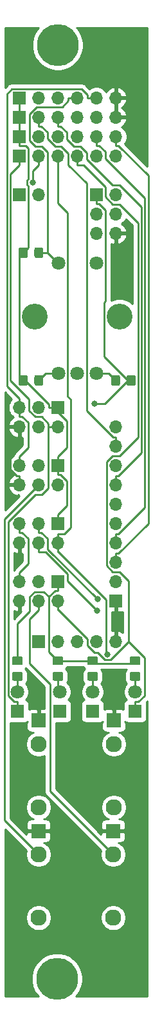
<source format=gbr>
G04 #@! TF.GenerationSoftware,KiCad,Pcbnew,(5.1.5-0-10_14)*
G04 #@! TF.CreationDate,2021-03-12T21:21:17+01:00*
G04 #@! TF.ProjectId,es_base,65735f62-6173-4652-9e6b-696361645f70,rev?*
G04 #@! TF.SameCoordinates,Original*
G04 #@! TF.FileFunction,Copper,L1,Top*
G04 #@! TF.FilePolarity,Positive*
%FSLAX46Y46*%
G04 Gerber Fmt 4.6, Leading zero omitted, Abs format (unit mm)*
G04 Created by KiCad (PCBNEW (5.1.5-0-10_14)) date 2021-03-12 21:21:17*
%MOMM*%
%LPD*%
G04 APERTURE LIST*
%ADD10O,1.700000X1.700000*%
%ADD11R,1.700000X1.700000*%
%ADD12C,2.130000*%
%ADD13R,1.930000X1.830000*%
%ADD14C,0.100000*%
%ADD15C,1.800000*%
%ADD16R,1.800000X1.800000*%
%ADD17C,3.400000*%
%ADD18C,5.500000*%
%ADD19C,0.800000*%
%ADD20C,0.250000*%
%ADD21C,0.254000*%
G04 APERTURE END LIST*
D10*
X132334000Y-62738000D03*
X129794000Y-62738000D03*
X132334000Y-60198000D03*
X129794000Y-60198000D03*
X132334000Y-57658000D03*
D11*
X129794000Y-57658000D03*
D10*
X119634000Y-110998000D03*
X119634000Y-108458000D03*
X122174000Y-110998000D03*
X122174000Y-108458000D03*
X124714000Y-110998000D03*
D11*
X124714000Y-108458000D03*
D10*
X119634000Y-95758000D03*
X119634000Y-93218000D03*
X122174000Y-95758000D03*
X122174000Y-93218000D03*
X124714000Y-95758000D03*
D11*
X124714000Y-93218000D03*
D10*
X119634000Y-103378000D03*
X119634000Y-100838000D03*
X122174000Y-103378000D03*
X122174000Y-100838000D03*
X124714000Y-103378000D03*
D11*
X124714000Y-100838000D03*
D10*
X119634000Y-88138000D03*
X119634000Y-85598000D03*
X122174000Y-88138000D03*
X122174000Y-85598000D03*
X124714000Y-88138000D03*
D11*
X124714000Y-85598000D03*
D12*
X122174000Y-152600000D03*
D13*
X122174000Y-141200000D03*
D12*
X122174000Y-144300000D03*
D10*
X122174000Y-57658000D03*
D11*
X119634000Y-57658000D03*
G04 #@! TA.AperFunction,SMDPad,CuDef*
D14*
G36*
X135348505Y-118280204D02*
G01*
X135372773Y-118283804D01*
X135396572Y-118289765D01*
X135419671Y-118298030D01*
X135441850Y-118308520D01*
X135462893Y-118321132D01*
X135482599Y-118335747D01*
X135500777Y-118352223D01*
X135517253Y-118370401D01*
X135531868Y-118390107D01*
X135544480Y-118411150D01*
X135554970Y-118433329D01*
X135563235Y-118456428D01*
X135569196Y-118480227D01*
X135572796Y-118504495D01*
X135574000Y-118528999D01*
X135574000Y-119179001D01*
X135572796Y-119203505D01*
X135569196Y-119227773D01*
X135563235Y-119251572D01*
X135554970Y-119274671D01*
X135544480Y-119296850D01*
X135531868Y-119317893D01*
X135517253Y-119337599D01*
X135500777Y-119355777D01*
X135482599Y-119372253D01*
X135462893Y-119386868D01*
X135441850Y-119399480D01*
X135419671Y-119409970D01*
X135396572Y-119418235D01*
X135372773Y-119424196D01*
X135348505Y-119427796D01*
X135324001Y-119429000D01*
X134423999Y-119429000D01*
X134399495Y-119427796D01*
X134375227Y-119424196D01*
X134351428Y-119418235D01*
X134328329Y-119409970D01*
X134306150Y-119399480D01*
X134285107Y-119386868D01*
X134265401Y-119372253D01*
X134247223Y-119355777D01*
X134230747Y-119337599D01*
X134216132Y-119317893D01*
X134203520Y-119296850D01*
X134193030Y-119274671D01*
X134184765Y-119251572D01*
X134178804Y-119227773D01*
X134175204Y-119203505D01*
X134174000Y-119179001D01*
X134174000Y-118528999D01*
X134175204Y-118504495D01*
X134178804Y-118480227D01*
X134184765Y-118456428D01*
X134193030Y-118433329D01*
X134203520Y-118411150D01*
X134216132Y-118390107D01*
X134230747Y-118370401D01*
X134247223Y-118352223D01*
X134265401Y-118335747D01*
X134285107Y-118321132D01*
X134306150Y-118308520D01*
X134328329Y-118298030D01*
X134351428Y-118289765D01*
X134375227Y-118283804D01*
X134399495Y-118280204D01*
X134423999Y-118279000D01*
X135324001Y-118279000D01*
X135348505Y-118280204D01*
G37*
G04 #@! TD.AperFunction*
G04 #@! TA.AperFunction,SMDPad,CuDef*
G36*
X135348505Y-120330204D02*
G01*
X135372773Y-120333804D01*
X135396572Y-120339765D01*
X135419671Y-120348030D01*
X135441850Y-120358520D01*
X135462893Y-120371132D01*
X135482599Y-120385747D01*
X135500777Y-120402223D01*
X135517253Y-120420401D01*
X135531868Y-120440107D01*
X135544480Y-120461150D01*
X135554970Y-120483329D01*
X135563235Y-120506428D01*
X135569196Y-120530227D01*
X135572796Y-120554495D01*
X135574000Y-120578999D01*
X135574000Y-121229001D01*
X135572796Y-121253505D01*
X135569196Y-121277773D01*
X135563235Y-121301572D01*
X135554970Y-121324671D01*
X135544480Y-121346850D01*
X135531868Y-121367893D01*
X135517253Y-121387599D01*
X135500777Y-121405777D01*
X135482599Y-121422253D01*
X135462893Y-121436868D01*
X135441850Y-121449480D01*
X135419671Y-121459970D01*
X135396572Y-121468235D01*
X135372773Y-121474196D01*
X135348505Y-121477796D01*
X135324001Y-121479000D01*
X134423999Y-121479000D01*
X134399495Y-121477796D01*
X134375227Y-121474196D01*
X134351428Y-121468235D01*
X134328329Y-121459970D01*
X134306150Y-121449480D01*
X134285107Y-121436868D01*
X134265401Y-121422253D01*
X134247223Y-121405777D01*
X134230747Y-121387599D01*
X134216132Y-121367893D01*
X134203520Y-121346850D01*
X134193030Y-121324671D01*
X134184765Y-121301572D01*
X134178804Y-121277773D01*
X134175204Y-121253505D01*
X134174000Y-121229001D01*
X134174000Y-120578999D01*
X134175204Y-120554495D01*
X134178804Y-120530227D01*
X134184765Y-120506428D01*
X134193030Y-120483329D01*
X134203520Y-120461150D01*
X134216132Y-120440107D01*
X134230747Y-120420401D01*
X134247223Y-120402223D01*
X134265401Y-120385747D01*
X134285107Y-120371132D01*
X134306150Y-120358520D01*
X134328329Y-120348030D01*
X134351428Y-120339765D01*
X134375227Y-120333804D01*
X134399495Y-120330204D01*
X134423999Y-120329000D01*
X135324001Y-120329000D01*
X135348505Y-120330204D01*
G37*
G04 #@! TD.AperFunction*
G04 #@! TA.AperFunction,SMDPad,CuDef*
G36*
X129760505Y-118280204D02*
G01*
X129784773Y-118283804D01*
X129808572Y-118289765D01*
X129831671Y-118298030D01*
X129853850Y-118308520D01*
X129874893Y-118321132D01*
X129894599Y-118335747D01*
X129912777Y-118352223D01*
X129929253Y-118370401D01*
X129943868Y-118390107D01*
X129956480Y-118411150D01*
X129966970Y-118433329D01*
X129975235Y-118456428D01*
X129981196Y-118480227D01*
X129984796Y-118504495D01*
X129986000Y-118528999D01*
X129986000Y-119179001D01*
X129984796Y-119203505D01*
X129981196Y-119227773D01*
X129975235Y-119251572D01*
X129966970Y-119274671D01*
X129956480Y-119296850D01*
X129943868Y-119317893D01*
X129929253Y-119337599D01*
X129912777Y-119355777D01*
X129894599Y-119372253D01*
X129874893Y-119386868D01*
X129853850Y-119399480D01*
X129831671Y-119409970D01*
X129808572Y-119418235D01*
X129784773Y-119424196D01*
X129760505Y-119427796D01*
X129736001Y-119429000D01*
X128835999Y-119429000D01*
X128811495Y-119427796D01*
X128787227Y-119424196D01*
X128763428Y-119418235D01*
X128740329Y-119409970D01*
X128718150Y-119399480D01*
X128697107Y-119386868D01*
X128677401Y-119372253D01*
X128659223Y-119355777D01*
X128642747Y-119337599D01*
X128628132Y-119317893D01*
X128615520Y-119296850D01*
X128605030Y-119274671D01*
X128596765Y-119251572D01*
X128590804Y-119227773D01*
X128587204Y-119203505D01*
X128586000Y-119179001D01*
X128586000Y-118528999D01*
X128587204Y-118504495D01*
X128590804Y-118480227D01*
X128596765Y-118456428D01*
X128605030Y-118433329D01*
X128615520Y-118411150D01*
X128628132Y-118390107D01*
X128642747Y-118370401D01*
X128659223Y-118352223D01*
X128677401Y-118335747D01*
X128697107Y-118321132D01*
X128718150Y-118308520D01*
X128740329Y-118298030D01*
X128763428Y-118289765D01*
X128787227Y-118283804D01*
X128811495Y-118280204D01*
X128835999Y-118279000D01*
X129736001Y-118279000D01*
X129760505Y-118280204D01*
G37*
G04 #@! TD.AperFunction*
G04 #@! TA.AperFunction,SMDPad,CuDef*
G36*
X129760505Y-120330204D02*
G01*
X129784773Y-120333804D01*
X129808572Y-120339765D01*
X129831671Y-120348030D01*
X129853850Y-120358520D01*
X129874893Y-120371132D01*
X129894599Y-120385747D01*
X129912777Y-120402223D01*
X129929253Y-120420401D01*
X129943868Y-120440107D01*
X129956480Y-120461150D01*
X129966970Y-120483329D01*
X129975235Y-120506428D01*
X129981196Y-120530227D01*
X129984796Y-120554495D01*
X129986000Y-120578999D01*
X129986000Y-121229001D01*
X129984796Y-121253505D01*
X129981196Y-121277773D01*
X129975235Y-121301572D01*
X129966970Y-121324671D01*
X129956480Y-121346850D01*
X129943868Y-121367893D01*
X129929253Y-121387599D01*
X129912777Y-121405777D01*
X129894599Y-121422253D01*
X129874893Y-121436868D01*
X129853850Y-121449480D01*
X129831671Y-121459970D01*
X129808572Y-121468235D01*
X129784773Y-121474196D01*
X129760505Y-121477796D01*
X129736001Y-121479000D01*
X128835999Y-121479000D01*
X128811495Y-121477796D01*
X128787227Y-121474196D01*
X128763428Y-121468235D01*
X128740329Y-121459970D01*
X128718150Y-121449480D01*
X128697107Y-121436868D01*
X128677401Y-121422253D01*
X128659223Y-121405777D01*
X128642747Y-121387599D01*
X128628132Y-121367893D01*
X128615520Y-121346850D01*
X128605030Y-121324671D01*
X128596765Y-121301572D01*
X128590804Y-121277773D01*
X128587204Y-121253505D01*
X128586000Y-121229001D01*
X128586000Y-120578999D01*
X128587204Y-120554495D01*
X128590804Y-120530227D01*
X128596765Y-120506428D01*
X128605030Y-120483329D01*
X128615520Y-120461150D01*
X128628132Y-120440107D01*
X128642747Y-120420401D01*
X128659223Y-120402223D01*
X128677401Y-120385747D01*
X128697107Y-120371132D01*
X128718150Y-120358520D01*
X128740329Y-120348030D01*
X128763428Y-120339765D01*
X128787227Y-120333804D01*
X128811495Y-120330204D01*
X128835999Y-120329000D01*
X129736001Y-120329000D01*
X129760505Y-120330204D01*
G37*
G04 #@! TD.AperFunction*
G04 #@! TA.AperFunction,SMDPad,CuDef*
G36*
X125188505Y-118280204D02*
G01*
X125212773Y-118283804D01*
X125236572Y-118289765D01*
X125259671Y-118298030D01*
X125281850Y-118308520D01*
X125302893Y-118321132D01*
X125322599Y-118335747D01*
X125340777Y-118352223D01*
X125357253Y-118370401D01*
X125371868Y-118390107D01*
X125384480Y-118411150D01*
X125394970Y-118433329D01*
X125403235Y-118456428D01*
X125409196Y-118480227D01*
X125412796Y-118504495D01*
X125414000Y-118528999D01*
X125414000Y-119179001D01*
X125412796Y-119203505D01*
X125409196Y-119227773D01*
X125403235Y-119251572D01*
X125394970Y-119274671D01*
X125384480Y-119296850D01*
X125371868Y-119317893D01*
X125357253Y-119337599D01*
X125340777Y-119355777D01*
X125322599Y-119372253D01*
X125302893Y-119386868D01*
X125281850Y-119399480D01*
X125259671Y-119409970D01*
X125236572Y-119418235D01*
X125212773Y-119424196D01*
X125188505Y-119427796D01*
X125164001Y-119429000D01*
X124263999Y-119429000D01*
X124239495Y-119427796D01*
X124215227Y-119424196D01*
X124191428Y-119418235D01*
X124168329Y-119409970D01*
X124146150Y-119399480D01*
X124125107Y-119386868D01*
X124105401Y-119372253D01*
X124087223Y-119355777D01*
X124070747Y-119337599D01*
X124056132Y-119317893D01*
X124043520Y-119296850D01*
X124033030Y-119274671D01*
X124024765Y-119251572D01*
X124018804Y-119227773D01*
X124015204Y-119203505D01*
X124014000Y-119179001D01*
X124014000Y-118528999D01*
X124015204Y-118504495D01*
X124018804Y-118480227D01*
X124024765Y-118456428D01*
X124033030Y-118433329D01*
X124043520Y-118411150D01*
X124056132Y-118390107D01*
X124070747Y-118370401D01*
X124087223Y-118352223D01*
X124105401Y-118335747D01*
X124125107Y-118321132D01*
X124146150Y-118308520D01*
X124168329Y-118298030D01*
X124191428Y-118289765D01*
X124215227Y-118283804D01*
X124239495Y-118280204D01*
X124263999Y-118279000D01*
X125164001Y-118279000D01*
X125188505Y-118280204D01*
G37*
G04 #@! TD.AperFunction*
G04 #@! TA.AperFunction,SMDPad,CuDef*
G36*
X125188505Y-120330204D02*
G01*
X125212773Y-120333804D01*
X125236572Y-120339765D01*
X125259671Y-120348030D01*
X125281850Y-120358520D01*
X125302893Y-120371132D01*
X125322599Y-120385747D01*
X125340777Y-120402223D01*
X125357253Y-120420401D01*
X125371868Y-120440107D01*
X125384480Y-120461150D01*
X125394970Y-120483329D01*
X125403235Y-120506428D01*
X125409196Y-120530227D01*
X125412796Y-120554495D01*
X125414000Y-120578999D01*
X125414000Y-121229001D01*
X125412796Y-121253505D01*
X125409196Y-121277773D01*
X125403235Y-121301572D01*
X125394970Y-121324671D01*
X125384480Y-121346850D01*
X125371868Y-121367893D01*
X125357253Y-121387599D01*
X125340777Y-121405777D01*
X125322599Y-121422253D01*
X125302893Y-121436868D01*
X125281850Y-121449480D01*
X125259671Y-121459970D01*
X125236572Y-121468235D01*
X125212773Y-121474196D01*
X125188505Y-121477796D01*
X125164001Y-121479000D01*
X124263999Y-121479000D01*
X124239495Y-121477796D01*
X124215227Y-121474196D01*
X124191428Y-121468235D01*
X124168329Y-121459970D01*
X124146150Y-121449480D01*
X124125107Y-121436868D01*
X124105401Y-121422253D01*
X124087223Y-121405777D01*
X124070747Y-121387599D01*
X124056132Y-121367893D01*
X124043520Y-121346850D01*
X124033030Y-121324671D01*
X124024765Y-121301572D01*
X124018804Y-121277773D01*
X124015204Y-121253505D01*
X124014000Y-121229001D01*
X124014000Y-120578999D01*
X124015204Y-120554495D01*
X124018804Y-120530227D01*
X124024765Y-120506428D01*
X124033030Y-120483329D01*
X124043520Y-120461150D01*
X124056132Y-120440107D01*
X124070747Y-120420401D01*
X124087223Y-120402223D01*
X124105401Y-120385747D01*
X124125107Y-120371132D01*
X124146150Y-120358520D01*
X124168329Y-120348030D01*
X124191428Y-120339765D01*
X124215227Y-120333804D01*
X124239495Y-120330204D01*
X124263999Y-120329000D01*
X125164001Y-120329000D01*
X125188505Y-120330204D01*
G37*
G04 #@! TD.AperFunction*
G04 #@! TA.AperFunction,SMDPad,CuDef*
G36*
X119854505Y-118280204D02*
G01*
X119878773Y-118283804D01*
X119902572Y-118289765D01*
X119925671Y-118298030D01*
X119947850Y-118308520D01*
X119968893Y-118321132D01*
X119988599Y-118335747D01*
X120006777Y-118352223D01*
X120023253Y-118370401D01*
X120037868Y-118390107D01*
X120050480Y-118411150D01*
X120060970Y-118433329D01*
X120069235Y-118456428D01*
X120075196Y-118480227D01*
X120078796Y-118504495D01*
X120080000Y-118528999D01*
X120080000Y-119179001D01*
X120078796Y-119203505D01*
X120075196Y-119227773D01*
X120069235Y-119251572D01*
X120060970Y-119274671D01*
X120050480Y-119296850D01*
X120037868Y-119317893D01*
X120023253Y-119337599D01*
X120006777Y-119355777D01*
X119988599Y-119372253D01*
X119968893Y-119386868D01*
X119947850Y-119399480D01*
X119925671Y-119409970D01*
X119902572Y-119418235D01*
X119878773Y-119424196D01*
X119854505Y-119427796D01*
X119830001Y-119429000D01*
X118929999Y-119429000D01*
X118905495Y-119427796D01*
X118881227Y-119424196D01*
X118857428Y-119418235D01*
X118834329Y-119409970D01*
X118812150Y-119399480D01*
X118791107Y-119386868D01*
X118771401Y-119372253D01*
X118753223Y-119355777D01*
X118736747Y-119337599D01*
X118722132Y-119317893D01*
X118709520Y-119296850D01*
X118699030Y-119274671D01*
X118690765Y-119251572D01*
X118684804Y-119227773D01*
X118681204Y-119203505D01*
X118680000Y-119179001D01*
X118680000Y-118528999D01*
X118681204Y-118504495D01*
X118684804Y-118480227D01*
X118690765Y-118456428D01*
X118699030Y-118433329D01*
X118709520Y-118411150D01*
X118722132Y-118390107D01*
X118736747Y-118370401D01*
X118753223Y-118352223D01*
X118771401Y-118335747D01*
X118791107Y-118321132D01*
X118812150Y-118308520D01*
X118834329Y-118298030D01*
X118857428Y-118289765D01*
X118881227Y-118283804D01*
X118905495Y-118280204D01*
X118929999Y-118279000D01*
X119830001Y-118279000D01*
X119854505Y-118280204D01*
G37*
G04 #@! TD.AperFunction*
G04 #@! TA.AperFunction,SMDPad,CuDef*
G36*
X119854505Y-120330204D02*
G01*
X119878773Y-120333804D01*
X119902572Y-120339765D01*
X119925671Y-120348030D01*
X119947850Y-120358520D01*
X119968893Y-120371132D01*
X119988599Y-120385747D01*
X120006777Y-120402223D01*
X120023253Y-120420401D01*
X120037868Y-120440107D01*
X120050480Y-120461150D01*
X120060970Y-120483329D01*
X120069235Y-120506428D01*
X120075196Y-120530227D01*
X120078796Y-120554495D01*
X120080000Y-120578999D01*
X120080000Y-121229001D01*
X120078796Y-121253505D01*
X120075196Y-121277773D01*
X120069235Y-121301572D01*
X120060970Y-121324671D01*
X120050480Y-121346850D01*
X120037868Y-121367893D01*
X120023253Y-121387599D01*
X120006777Y-121405777D01*
X119988599Y-121422253D01*
X119968893Y-121436868D01*
X119947850Y-121449480D01*
X119925671Y-121459970D01*
X119902572Y-121468235D01*
X119878773Y-121474196D01*
X119854505Y-121477796D01*
X119830001Y-121479000D01*
X118929999Y-121479000D01*
X118905495Y-121477796D01*
X118881227Y-121474196D01*
X118857428Y-121468235D01*
X118834329Y-121459970D01*
X118812150Y-121449480D01*
X118791107Y-121436868D01*
X118771401Y-121422253D01*
X118753223Y-121405777D01*
X118736747Y-121387599D01*
X118722132Y-121367893D01*
X118709520Y-121346850D01*
X118699030Y-121324671D01*
X118690765Y-121301572D01*
X118684804Y-121277773D01*
X118681204Y-121253505D01*
X118680000Y-121229001D01*
X118680000Y-120578999D01*
X118681204Y-120554495D01*
X118684804Y-120530227D01*
X118690765Y-120506428D01*
X118699030Y-120483329D01*
X118709520Y-120461150D01*
X118722132Y-120440107D01*
X118736747Y-120420401D01*
X118753223Y-120402223D01*
X118771401Y-120385747D01*
X118791107Y-120371132D01*
X118812150Y-120358520D01*
X118834329Y-120348030D01*
X118857428Y-120339765D01*
X118881227Y-120333804D01*
X118905495Y-120330204D01*
X118929999Y-120329000D01*
X119830001Y-120329000D01*
X119854505Y-120330204D01*
G37*
G04 #@! TD.AperFunction*
D10*
X132334000Y-116332000D03*
X129794000Y-116332000D03*
X127254000Y-116332000D03*
X124714000Y-116332000D03*
D11*
X122174000Y-116332000D03*
D15*
X134874000Y-122936000D03*
D16*
X134874000Y-125476000D03*
D15*
X129286000Y-122936000D03*
D16*
X129286000Y-125476000D03*
D15*
X124968000Y-122936000D03*
D16*
X124968000Y-125476000D03*
D15*
X119380000Y-122936000D03*
D16*
X119380000Y-125476000D03*
D10*
X132334000Y-88138000D03*
X132334000Y-90678000D03*
X132334000Y-93218000D03*
X132334000Y-95758000D03*
X132334000Y-98298000D03*
X132334000Y-100838000D03*
X132334000Y-103378000D03*
X132334000Y-105918000D03*
X132334000Y-108458000D03*
D11*
X132334000Y-110998000D03*
D17*
X121654000Y-73660000D03*
X132854000Y-73660000D03*
D15*
X129754000Y-66660000D03*
X129754000Y-81160000D03*
X127254000Y-81160000D03*
X124754000Y-81160000D03*
X124754000Y-66660000D03*
G04 #@! TA.AperFunction,SMDPad,CuDef*
D14*
G36*
X132665505Y-81343204D02*
G01*
X132689773Y-81346804D01*
X132713572Y-81352765D01*
X132736671Y-81361030D01*
X132758850Y-81371520D01*
X132779893Y-81384132D01*
X132799599Y-81398747D01*
X132817777Y-81415223D01*
X132834253Y-81433401D01*
X132848868Y-81453107D01*
X132861480Y-81474150D01*
X132871970Y-81496329D01*
X132880235Y-81519428D01*
X132886196Y-81543227D01*
X132889796Y-81567495D01*
X132891000Y-81591999D01*
X132891000Y-82492001D01*
X132889796Y-82516505D01*
X132886196Y-82540773D01*
X132880235Y-82564572D01*
X132871970Y-82587671D01*
X132861480Y-82609850D01*
X132848868Y-82630893D01*
X132834253Y-82650599D01*
X132817777Y-82668777D01*
X132799599Y-82685253D01*
X132779893Y-82699868D01*
X132758850Y-82712480D01*
X132736671Y-82722970D01*
X132713572Y-82731235D01*
X132689773Y-82737196D01*
X132665505Y-82740796D01*
X132641001Y-82742000D01*
X131990999Y-82742000D01*
X131966495Y-82740796D01*
X131942227Y-82737196D01*
X131918428Y-82731235D01*
X131895329Y-82722970D01*
X131873150Y-82712480D01*
X131852107Y-82699868D01*
X131832401Y-82685253D01*
X131814223Y-82668777D01*
X131797747Y-82650599D01*
X131783132Y-82630893D01*
X131770520Y-82609850D01*
X131760030Y-82587671D01*
X131751765Y-82564572D01*
X131745804Y-82540773D01*
X131742204Y-82516505D01*
X131741000Y-82492001D01*
X131741000Y-81591999D01*
X131742204Y-81567495D01*
X131745804Y-81543227D01*
X131751765Y-81519428D01*
X131760030Y-81496329D01*
X131770520Y-81474150D01*
X131783132Y-81453107D01*
X131797747Y-81433401D01*
X131814223Y-81415223D01*
X131832401Y-81398747D01*
X131852107Y-81384132D01*
X131873150Y-81371520D01*
X131895329Y-81361030D01*
X131918428Y-81352765D01*
X131942227Y-81346804D01*
X131966495Y-81343204D01*
X131990999Y-81342000D01*
X132641001Y-81342000D01*
X132665505Y-81343204D01*
G37*
G04 #@! TD.AperFunction*
G04 #@! TA.AperFunction,SMDPad,CuDef*
G36*
X134715505Y-81343204D02*
G01*
X134739773Y-81346804D01*
X134763572Y-81352765D01*
X134786671Y-81361030D01*
X134808850Y-81371520D01*
X134829893Y-81384132D01*
X134849599Y-81398747D01*
X134867777Y-81415223D01*
X134884253Y-81433401D01*
X134898868Y-81453107D01*
X134911480Y-81474150D01*
X134921970Y-81496329D01*
X134930235Y-81519428D01*
X134936196Y-81543227D01*
X134939796Y-81567495D01*
X134941000Y-81591999D01*
X134941000Y-82492001D01*
X134939796Y-82516505D01*
X134936196Y-82540773D01*
X134930235Y-82564572D01*
X134921970Y-82587671D01*
X134911480Y-82609850D01*
X134898868Y-82630893D01*
X134884253Y-82650599D01*
X134867777Y-82668777D01*
X134849599Y-82685253D01*
X134829893Y-82699868D01*
X134808850Y-82712480D01*
X134786671Y-82722970D01*
X134763572Y-82731235D01*
X134739773Y-82737196D01*
X134715505Y-82740796D01*
X134691001Y-82742000D01*
X134040999Y-82742000D01*
X134016495Y-82740796D01*
X133992227Y-82737196D01*
X133968428Y-82731235D01*
X133945329Y-82722970D01*
X133923150Y-82712480D01*
X133902107Y-82699868D01*
X133882401Y-82685253D01*
X133864223Y-82668777D01*
X133847747Y-82650599D01*
X133833132Y-82630893D01*
X133820520Y-82609850D01*
X133810030Y-82587671D01*
X133801765Y-82564572D01*
X133795804Y-82540773D01*
X133792204Y-82516505D01*
X133791000Y-82492001D01*
X133791000Y-81591999D01*
X133792204Y-81567495D01*
X133795804Y-81543227D01*
X133801765Y-81519428D01*
X133810030Y-81496329D01*
X133820520Y-81474150D01*
X133833132Y-81453107D01*
X133847747Y-81433401D01*
X133864223Y-81415223D01*
X133882401Y-81398747D01*
X133902107Y-81384132D01*
X133923150Y-81371520D01*
X133945329Y-81361030D01*
X133968428Y-81352765D01*
X133992227Y-81346804D01*
X134016495Y-81343204D01*
X134040999Y-81342000D01*
X134691001Y-81342000D01*
X134715505Y-81343204D01*
G37*
G04 #@! TD.AperFunction*
G04 #@! TA.AperFunction,SMDPad,CuDef*
G36*
X122541505Y-81343204D02*
G01*
X122565773Y-81346804D01*
X122589572Y-81352765D01*
X122612671Y-81361030D01*
X122634850Y-81371520D01*
X122655893Y-81384132D01*
X122675599Y-81398747D01*
X122693777Y-81415223D01*
X122710253Y-81433401D01*
X122724868Y-81453107D01*
X122737480Y-81474150D01*
X122747970Y-81496329D01*
X122756235Y-81519428D01*
X122762196Y-81543227D01*
X122765796Y-81567495D01*
X122767000Y-81591999D01*
X122767000Y-82492001D01*
X122765796Y-82516505D01*
X122762196Y-82540773D01*
X122756235Y-82564572D01*
X122747970Y-82587671D01*
X122737480Y-82609850D01*
X122724868Y-82630893D01*
X122710253Y-82650599D01*
X122693777Y-82668777D01*
X122675599Y-82685253D01*
X122655893Y-82699868D01*
X122634850Y-82712480D01*
X122612671Y-82722970D01*
X122589572Y-82731235D01*
X122565773Y-82737196D01*
X122541505Y-82740796D01*
X122517001Y-82742000D01*
X121866999Y-82742000D01*
X121842495Y-82740796D01*
X121818227Y-82737196D01*
X121794428Y-82731235D01*
X121771329Y-82722970D01*
X121749150Y-82712480D01*
X121728107Y-82699868D01*
X121708401Y-82685253D01*
X121690223Y-82668777D01*
X121673747Y-82650599D01*
X121659132Y-82630893D01*
X121646520Y-82609850D01*
X121636030Y-82587671D01*
X121627765Y-82564572D01*
X121621804Y-82540773D01*
X121618204Y-82516505D01*
X121617000Y-82492001D01*
X121617000Y-81591999D01*
X121618204Y-81567495D01*
X121621804Y-81543227D01*
X121627765Y-81519428D01*
X121636030Y-81496329D01*
X121646520Y-81474150D01*
X121659132Y-81453107D01*
X121673747Y-81433401D01*
X121690223Y-81415223D01*
X121708401Y-81398747D01*
X121728107Y-81384132D01*
X121749150Y-81371520D01*
X121771329Y-81361030D01*
X121794428Y-81352765D01*
X121818227Y-81346804D01*
X121842495Y-81343204D01*
X121866999Y-81342000D01*
X122517001Y-81342000D01*
X122541505Y-81343204D01*
G37*
G04 #@! TD.AperFunction*
G04 #@! TA.AperFunction,SMDPad,CuDef*
G36*
X120491505Y-81343204D02*
G01*
X120515773Y-81346804D01*
X120539572Y-81352765D01*
X120562671Y-81361030D01*
X120584850Y-81371520D01*
X120605893Y-81384132D01*
X120625599Y-81398747D01*
X120643777Y-81415223D01*
X120660253Y-81433401D01*
X120674868Y-81453107D01*
X120687480Y-81474150D01*
X120697970Y-81496329D01*
X120706235Y-81519428D01*
X120712196Y-81543227D01*
X120715796Y-81567495D01*
X120717000Y-81591999D01*
X120717000Y-82492001D01*
X120715796Y-82516505D01*
X120712196Y-82540773D01*
X120706235Y-82564572D01*
X120697970Y-82587671D01*
X120687480Y-82609850D01*
X120674868Y-82630893D01*
X120660253Y-82650599D01*
X120643777Y-82668777D01*
X120625599Y-82685253D01*
X120605893Y-82699868D01*
X120584850Y-82712480D01*
X120562671Y-82722970D01*
X120539572Y-82731235D01*
X120515773Y-82737196D01*
X120491505Y-82740796D01*
X120467001Y-82742000D01*
X119816999Y-82742000D01*
X119792495Y-82740796D01*
X119768227Y-82737196D01*
X119744428Y-82731235D01*
X119721329Y-82722970D01*
X119699150Y-82712480D01*
X119678107Y-82699868D01*
X119658401Y-82685253D01*
X119640223Y-82668777D01*
X119623747Y-82650599D01*
X119609132Y-82630893D01*
X119596520Y-82609850D01*
X119586030Y-82587671D01*
X119577765Y-82564572D01*
X119571804Y-82540773D01*
X119568204Y-82516505D01*
X119567000Y-82492001D01*
X119567000Y-81591999D01*
X119568204Y-81567495D01*
X119571804Y-81543227D01*
X119577765Y-81519428D01*
X119586030Y-81496329D01*
X119596520Y-81474150D01*
X119609132Y-81453107D01*
X119623747Y-81433401D01*
X119640223Y-81415223D01*
X119658401Y-81398747D01*
X119678107Y-81384132D01*
X119699150Y-81371520D01*
X119721329Y-81361030D01*
X119744428Y-81352765D01*
X119768227Y-81346804D01*
X119792495Y-81343204D01*
X119816999Y-81342000D01*
X120467001Y-81342000D01*
X120491505Y-81343204D01*
G37*
G04 #@! TD.AperFunction*
G04 #@! TA.AperFunction,SMDPad,CuDef*
G36*
X122541505Y-64579204D02*
G01*
X122565773Y-64582804D01*
X122589572Y-64588765D01*
X122612671Y-64597030D01*
X122634850Y-64607520D01*
X122655893Y-64620132D01*
X122675599Y-64634747D01*
X122693777Y-64651223D01*
X122710253Y-64669401D01*
X122724868Y-64689107D01*
X122737480Y-64710150D01*
X122747970Y-64732329D01*
X122756235Y-64755428D01*
X122762196Y-64779227D01*
X122765796Y-64803495D01*
X122767000Y-64827999D01*
X122767000Y-65728001D01*
X122765796Y-65752505D01*
X122762196Y-65776773D01*
X122756235Y-65800572D01*
X122747970Y-65823671D01*
X122737480Y-65845850D01*
X122724868Y-65866893D01*
X122710253Y-65886599D01*
X122693777Y-65904777D01*
X122675599Y-65921253D01*
X122655893Y-65935868D01*
X122634850Y-65948480D01*
X122612671Y-65958970D01*
X122589572Y-65967235D01*
X122565773Y-65973196D01*
X122541505Y-65976796D01*
X122517001Y-65978000D01*
X121866999Y-65978000D01*
X121842495Y-65976796D01*
X121818227Y-65973196D01*
X121794428Y-65967235D01*
X121771329Y-65958970D01*
X121749150Y-65948480D01*
X121728107Y-65935868D01*
X121708401Y-65921253D01*
X121690223Y-65904777D01*
X121673747Y-65886599D01*
X121659132Y-65866893D01*
X121646520Y-65845850D01*
X121636030Y-65823671D01*
X121627765Y-65800572D01*
X121621804Y-65776773D01*
X121618204Y-65752505D01*
X121617000Y-65728001D01*
X121617000Y-64827999D01*
X121618204Y-64803495D01*
X121621804Y-64779227D01*
X121627765Y-64755428D01*
X121636030Y-64732329D01*
X121646520Y-64710150D01*
X121659132Y-64689107D01*
X121673747Y-64669401D01*
X121690223Y-64651223D01*
X121708401Y-64634747D01*
X121728107Y-64620132D01*
X121749150Y-64607520D01*
X121771329Y-64597030D01*
X121794428Y-64588765D01*
X121818227Y-64582804D01*
X121842495Y-64579204D01*
X121866999Y-64578000D01*
X122517001Y-64578000D01*
X122541505Y-64579204D01*
G37*
G04 #@! TD.AperFunction*
G04 #@! TA.AperFunction,SMDPad,CuDef*
G36*
X120491505Y-64579204D02*
G01*
X120515773Y-64582804D01*
X120539572Y-64588765D01*
X120562671Y-64597030D01*
X120584850Y-64607520D01*
X120605893Y-64620132D01*
X120625599Y-64634747D01*
X120643777Y-64651223D01*
X120660253Y-64669401D01*
X120674868Y-64689107D01*
X120687480Y-64710150D01*
X120697970Y-64732329D01*
X120706235Y-64755428D01*
X120712196Y-64779227D01*
X120715796Y-64803495D01*
X120717000Y-64827999D01*
X120717000Y-65728001D01*
X120715796Y-65752505D01*
X120712196Y-65776773D01*
X120706235Y-65800572D01*
X120697970Y-65823671D01*
X120687480Y-65845850D01*
X120674868Y-65866893D01*
X120660253Y-65886599D01*
X120643777Y-65904777D01*
X120625599Y-65921253D01*
X120605893Y-65935868D01*
X120584850Y-65948480D01*
X120562671Y-65958970D01*
X120539572Y-65967235D01*
X120515773Y-65973196D01*
X120491505Y-65976796D01*
X120467001Y-65978000D01*
X119816999Y-65978000D01*
X119792495Y-65976796D01*
X119768227Y-65973196D01*
X119744428Y-65967235D01*
X119721329Y-65958970D01*
X119699150Y-65948480D01*
X119678107Y-65935868D01*
X119658401Y-65921253D01*
X119640223Y-65904777D01*
X119623747Y-65886599D01*
X119609132Y-65866893D01*
X119596520Y-65845850D01*
X119586030Y-65823671D01*
X119577765Y-65800572D01*
X119571804Y-65776773D01*
X119568204Y-65752505D01*
X119567000Y-65728001D01*
X119567000Y-64827999D01*
X119568204Y-64803495D01*
X119571804Y-64779227D01*
X119577765Y-64755428D01*
X119586030Y-64732329D01*
X119596520Y-64710150D01*
X119609132Y-64689107D01*
X119623747Y-64669401D01*
X119640223Y-64651223D01*
X119658401Y-64634747D01*
X119678107Y-64620132D01*
X119699150Y-64607520D01*
X119721329Y-64597030D01*
X119744428Y-64588765D01*
X119768227Y-64582804D01*
X119792495Y-64579204D01*
X119816999Y-64578000D01*
X120467001Y-64578000D01*
X120491505Y-64579204D01*
G37*
G04 #@! TD.AperFunction*
D12*
X132000000Y-152600000D03*
D13*
X132000000Y-141200000D03*
D12*
X132000000Y-144300000D03*
X132080000Y-138100000D03*
D13*
X132080000Y-126700000D03*
D12*
X132080000Y-129800000D03*
X122174000Y-138100000D03*
D13*
X122174000Y-126700000D03*
D12*
X122174000Y-129800000D03*
D18*
X124600000Y-160600000D03*
X124700000Y-38000000D03*
D10*
X132334000Y-52578000D03*
X129794000Y-52578000D03*
X127254000Y-52578000D03*
X124714000Y-52578000D03*
X122174000Y-52578000D03*
D11*
X119634000Y-52578000D03*
D10*
X132334000Y-50038000D03*
X129794000Y-50038000D03*
X127254000Y-50038000D03*
X124714000Y-50038000D03*
X122174000Y-50038000D03*
D11*
X119634000Y-50038000D03*
D10*
X132334000Y-47498000D03*
X129794000Y-47498000D03*
X127254000Y-47498000D03*
X124714000Y-47498000D03*
X122174000Y-47498000D03*
D11*
X119634000Y-47498000D03*
D10*
X132334000Y-44958000D03*
X129794000Y-44958000D03*
X127254000Y-44958000D03*
X124714000Y-44958000D03*
X122174000Y-44958000D03*
D11*
X119634000Y-44958000D03*
D19*
X131215100Y-118017700D03*
X121377700Y-56059800D03*
X129563900Y-85081900D03*
X129934300Y-110790200D03*
X129900800Y-112251500D03*
D20*
X132334000Y-90678000D02*
X132334000Y-89502700D01*
X122174000Y-47498000D02*
X122174000Y-48673300D01*
X122174000Y-48673300D02*
X122541400Y-48673300D01*
X122541400Y-48673300D02*
X123349300Y-49481200D01*
X123349300Y-49481200D02*
X123349300Y-50345500D01*
X123349300Y-50345500D02*
X124329700Y-51325900D01*
X124329700Y-51325900D02*
X125153800Y-51325900D01*
X125153800Y-51325900D02*
X126068200Y-52240300D01*
X126068200Y-52240300D02*
X126068200Y-53753400D01*
X126068200Y-53753400D02*
X128503900Y-56189100D01*
X128503900Y-56189100D02*
X128503900Y-86039900D01*
X128503900Y-86039900D02*
X131966700Y-89502700D01*
X131966700Y-89502700D02*
X132334000Y-89502700D01*
X132334000Y-104742700D02*
X132701300Y-104742700D01*
X132701300Y-104742700D02*
X136620700Y-100823300D01*
X136620700Y-100823300D02*
X136620700Y-55132700D01*
X136620700Y-55132700D02*
X132701300Y-51213300D01*
X132701300Y-51213300D02*
X132334000Y-51213300D01*
X132334000Y-105918000D02*
X132334000Y-104742700D01*
X132334000Y-50038000D02*
X132334000Y-51213300D01*
X132334000Y-94582700D02*
X132701400Y-94582700D01*
X132701400Y-94582700D02*
X135720100Y-91564000D01*
X135720100Y-91564000D02*
X135720100Y-59307500D01*
X135720100Y-59307500D02*
X132816300Y-56403700D01*
X132816300Y-56403700D02*
X131925000Y-56403700D01*
X131925000Y-56403700D02*
X128528600Y-53007300D01*
X128528600Y-53007300D02*
X128528600Y-52187800D01*
X128528600Y-52187800D02*
X127648800Y-51308000D01*
X127648800Y-51308000D02*
X126823000Y-51308000D01*
X126823000Y-51308000D02*
X125889300Y-50374300D01*
X125889300Y-50374300D02*
X125889300Y-49481200D01*
X125889300Y-49481200D02*
X125081400Y-48673300D01*
X125081400Y-48673300D02*
X124714000Y-48673300D01*
X132334000Y-95758000D02*
X132334000Y-94582700D01*
X124714000Y-47498000D02*
X124714000Y-48673300D01*
X134019700Y-116353700D02*
X131630200Y-118743200D01*
X131630200Y-118743200D02*
X130914800Y-118743200D01*
X130914800Y-118743200D02*
X129966300Y-117794700D01*
X129966300Y-117794700D02*
X129523100Y-117794700D01*
X129523100Y-117794700D02*
X128590000Y-116861600D01*
X128590000Y-116861600D02*
X128590000Y-115975800D01*
X128590000Y-115975800D02*
X124787500Y-112173300D01*
X124787500Y-112173300D02*
X124714000Y-112173300D01*
X127254000Y-53753300D02*
X128062000Y-53753300D01*
X128062000Y-53753300D02*
X130969400Y-56660700D01*
X130969400Y-56660700D02*
X130969400Y-57957700D01*
X130969400Y-57957700D02*
X131939700Y-58928000D01*
X131939700Y-58928000D02*
X132822700Y-58928000D01*
X132822700Y-58928000D02*
X135269800Y-61375100D01*
X135269800Y-61375100D02*
X135269800Y-89473600D01*
X135269800Y-89473600D02*
X132795400Y-91948000D01*
X132795400Y-91948000D02*
X131929500Y-91948000D01*
X131929500Y-91948000D02*
X131120100Y-92757400D01*
X131120100Y-92757400D02*
X131120100Y-106368400D01*
X131120100Y-106368400D02*
X131939700Y-107188000D01*
X131939700Y-107188000D02*
X132822700Y-107188000D01*
X132822700Y-107188000D02*
X134019700Y-108385000D01*
X134019700Y-108385000D02*
X134019700Y-116353700D01*
X134874000Y-124250700D02*
X135333600Y-124250700D01*
X135333600Y-124250700D02*
X136137600Y-123446700D01*
X136137600Y-123446700D02*
X136137600Y-118471600D01*
X136137600Y-118471600D02*
X134019700Y-116353700D01*
X124714000Y-110998000D02*
X124714000Y-112173300D01*
X127254000Y-52578000D02*
X127254000Y-53753300D01*
X134874000Y-125476000D02*
X134874000Y-124250700D01*
X124714000Y-103378000D02*
X124714000Y-102202700D01*
X124714000Y-52578000D02*
X124714000Y-58736200D01*
X124714000Y-58736200D02*
X126004000Y-60026200D01*
X126004000Y-60026200D02*
X126004000Y-84176900D01*
X126004000Y-84176900D02*
X126376500Y-84549400D01*
X126376500Y-84549400D02*
X126376500Y-101348200D01*
X126376500Y-101348200D02*
X125522000Y-102202700D01*
X125522000Y-102202700D02*
X124714000Y-102202700D01*
X124714000Y-103378000D02*
X124714000Y-104553300D01*
X124714000Y-104553300D02*
X124787500Y-104553300D01*
X124787500Y-104553300D02*
X131064000Y-110829800D01*
X131064000Y-110829800D02*
X131064000Y-117866600D01*
X131064000Y-117866600D02*
X131215100Y-118017700D01*
X122174000Y-52578000D02*
X122174000Y-53753300D01*
X122174000Y-53753300D02*
X121377700Y-54549600D01*
X121377700Y-54549600D02*
X121377700Y-56059800D01*
X123444000Y-88138000D02*
X123444000Y-87711500D01*
X123444000Y-87711500D02*
X122567100Y-86834600D01*
X122567100Y-86834600D02*
X121726400Y-86834600D01*
X121726400Y-86834600D02*
X120904000Y-86012200D01*
X120904000Y-86012200D02*
X120904000Y-84516300D01*
X120904000Y-84516300D02*
X118458700Y-82071000D01*
X118458700Y-82071000D02*
X118458700Y-54928600D01*
X118458700Y-54928600D02*
X119634000Y-53753300D01*
X123444000Y-88138000D02*
X123444000Y-96164900D01*
X123444000Y-96164900D02*
X122580900Y-97028000D01*
X122580900Y-97028000D02*
X121757000Y-97028000D01*
X121757000Y-97028000D02*
X118154700Y-100630300D01*
X118154700Y-100630300D02*
X118154700Y-123485000D01*
X118154700Y-123485000D02*
X118920400Y-124250700D01*
X118920400Y-124250700D02*
X119380000Y-124250700D01*
X123538700Y-88138000D02*
X123444000Y-88138000D01*
X124714000Y-88138000D02*
X123538700Y-88138000D01*
X119380000Y-125476000D02*
X119380000Y-124250700D01*
X119634000Y-52578000D02*
X119634000Y-53753300D01*
X123349500Y-65278000D02*
X123349500Y-52089300D01*
X123349500Y-52089300D02*
X122568200Y-51308000D01*
X122568200Y-51308000D02*
X121745800Y-51308000D01*
X121745800Y-51308000D02*
X120956600Y-50518800D01*
X120956600Y-50518800D02*
X120956600Y-47053200D01*
X120956600Y-47053200D02*
X121876500Y-46133300D01*
X121876500Y-46133300D02*
X125270800Y-46133300D01*
X125270800Y-46133300D02*
X126078700Y-45325400D01*
X126078700Y-45325400D02*
X126078700Y-44958000D01*
X124754000Y-66660000D02*
X124731500Y-66660000D01*
X124731500Y-66660000D02*
X123349500Y-65278000D01*
X122192000Y-65278000D02*
X123349500Y-65278000D01*
X127254000Y-44958000D02*
X126078700Y-44958000D01*
X132334000Y-102202700D02*
X132701300Y-102202700D01*
X132701300Y-102202700D02*
X136170400Y-98733600D01*
X136170400Y-98733600D02*
X136170400Y-58111100D01*
X136170400Y-58111100D02*
X130969300Y-52910000D01*
X130969300Y-52910000D02*
X130969300Y-52021200D01*
X130969300Y-52021200D02*
X130161400Y-51213300D01*
X130161400Y-51213300D02*
X129794000Y-51213300D01*
X132334000Y-103378000D02*
X132334000Y-102202700D01*
X129794000Y-50038000D02*
X129794000Y-51213300D01*
X124754000Y-81160000D02*
X123074000Y-81160000D01*
X123074000Y-81160000D02*
X122192000Y-82042000D01*
X129754000Y-81160000D02*
X131434000Y-81160000D01*
X131434000Y-81160000D02*
X132316000Y-82042000D01*
X132334000Y-44958000D02*
X132334000Y-47498000D01*
X119634000Y-95758000D02*
X119634000Y-94582700D01*
X119634000Y-88138000D02*
X119634000Y-89313300D01*
X119634000Y-89313300D02*
X118458700Y-90488600D01*
X118458700Y-90488600D02*
X118458700Y-93774800D01*
X118458700Y-93774800D02*
X119266600Y-94582700D01*
X119266600Y-94582700D02*
X119634000Y-94582700D01*
X132334000Y-110998000D02*
X132334000Y-116332000D01*
X129286000Y-118854000D02*
X129627200Y-119195200D01*
X129627200Y-119195200D02*
X134532800Y-119195200D01*
X134532800Y-119195200D02*
X134874000Y-118854000D01*
X124714000Y-118854000D02*
X129286000Y-118854000D01*
X133915100Y-82052300D02*
X130825000Y-78962200D01*
X130825000Y-78962200D02*
X130825000Y-71789000D01*
X130825000Y-71789000D02*
X130991800Y-71622200D01*
X130991800Y-71622200D02*
X130991800Y-59663800D01*
X130991800Y-59663800D02*
X130161300Y-58833300D01*
X130161300Y-58833300D02*
X129794000Y-58833300D01*
X134366000Y-82042000D02*
X134355700Y-82052300D01*
X134355700Y-82052300D02*
X133915100Y-82052300D01*
X129563900Y-85081900D02*
X130885500Y-85081900D01*
X130885500Y-85081900D02*
X133915100Y-82052300D01*
X129794000Y-57658000D02*
X129794000Y-58833300D01*
X119634000Y-51213300D02*
X120442000Y-51213300D01*
X120442000Y-51213300D02*
X120809400Y-51580700D01*
X120809400Y-51580700D02*
X120809400Y-55602400D01*
X120809400Y-55602400D02*
X120652400Y-55759400D01*
X120652400Y-55759400D02*
X120652400Y-56360200D01*
X120652400Y-56360200D02*
X120809400Y-56517200D01*
X120809400Y-56517200D02*
X120809400Y-64610600D01*
X120809400Y-64610600D02*
X120142000Y-65278000D01*
X123535700Y-110444300D02*
X123535700Y-117675700D01*
X123535700Y-117675700D02*
X124714000Y-118854000D01*
X124714000Y-109633300D02*
X124346700Y-109633300D01*
X124346700Y-109633300D02*
X123535700Y-110444300D01*
X123535700Y-110444300D02*
X122875700Y-109784300D01*
X122875700Y-109784300D02*
X121670300Y-109784300D01*
X121670300Y-109784300D02*
X120998700Y-110455900D01*
X120998700Y-110455900D02*
X120998700Y-112338900D01*
X120998700Y-112338900D02*
X119380000Y-113957600D01*
X119380000Y-113957600D02*
X119380000Y-118854000D01*
X120142000Y-65278000D02*
X119625800Y-65794200D01*
X119625800Y-65794200D02*
X119625800Y-81525800D01*
X119625800Y-81525800D02*
X120142000Y-82042000D01*
X124714000Y-93218000D02*
X124714000Y-94393300D01*
X124714000Y-100838000D02*
X124714000Y-99662700D01*
X124714000Y-99662700D02*
X125924500Y-98452200D01*
X125924500Y-98452200D02*
X125924500Y-95291200D01*
X125924500Y-95291200D02*
X125026600Y-94393300D01*
X125026600Y-94393300D02*
X124714000Y-94393300D01*
X124714000Y-93218000D02*
X124714000Y-92042700D01*
X124126400Y-85598000D02*
X125889300Y-87360900D01*
X125889300Y-87360900D02*
X125889300Y-90867400D01*
X125889300Y-90867400D02*
X124714000Y-92042700D01*
X124126400Y-85598000D02*
X123538700Y-85598000D01*
X124714000Y-85598000D02*
X124126400Y-85598000D01*
X120142000Y-82042000D02*
X120396100Y-82042000D01*
X120396100Y-82042000D02*
X123538700Y-85184600D01*
X123538700Y-85184600D02*
X123538700Y-85598000D01*
X119634000Y-50038000D02*
X119634000Y-51213300D01*
X119634000Y-50038000D02*
X119634000Y-47498000D01*
X124714000Y-108458000D02*
X124714000Y-109633300D01*
X119634000Y-44958000D02*
X119634000Y-47498000D01*
X119634000Y-85598000D02*
X119634000Y-84422700D01*
X129794000Y-44958000D02*
X128618700Y-44958000D01*
X128618700Y-44958000D02*
X128618700Y-44590600D01*
X128618700Y-44590600D02*
X127810800Y-43782700D01*
X127810800Y-43782700D02*
X118649200Y-43782700D01*
X118649200Y-43782700D02*
X118008300Y-44423600D01*
X118008300Y-44423600D02*
X118008300Y-82797000D01*
X118008300Y-82797000D02*
X119634000Y-84422700D01*
X119634000Y-93218000D02*
X119634000Y-92042700D01*
X119634000Y-85598000D02*
X119634000Y-86773300D01*
X119634000Y-86773300D02*
X120001300Y-86773300D01*
X120001300Y-86773300D02*
X120809300Y-87581300D01*
X120809300Y-87581300D02*
X120809300Y-90867400D01*
X120809300Y-90867400D02*
X119634000Y-92042700D01*
X119634000Y-108458000D02*
X119634000Y-107282700D01*
X119634000Y-100838000D02*
X119634000Y-102013300D01*
X119634000Y-102013300D02*
X120001300Y-102013300D01*
X120001300Y-102013300D02*
X120809300Y-102821300D01*
X120809300Y-102821300D02*
X120809300Y-106107400D01*
X120809300Y-106107400D02*
X119634000Y-107282700D01*
X119380000Y-122936000D02*
X119380000Y-120904000D01*
X124968000Y-122936000D02*
X124714000Y-122682000D01*
X124714000Y-122682000D02*
X124714000Y-120904000D01*
X129286000Y-122936000D02*
X129286000Y-120904000D01*
X134874000Y-122936000D02*
X134874000Y-120904000D01*
X122174000Y-100838000D02*
X122174000Y-102013300D01*
X129934300Y-110790200D02*
X123349300Y-104205200D01*
X123349300Y-104205200D02*
X123349300Y-102821200D01*
X123349300Y-102821200D02*
X122541400Y-102013300D01*
X122541400Y-102013300D02*
X122174000Y-102013300D01*
X122174000Y-103378000D02*
X122174000Y-104553300D01*
X129900800Y-112251500D02*
X125998900Y-108349600D01*
X125998900Y-108349600D02*
X125998900Y-107491800D01*
X125998900Y-107491800D02*
X123060400Y-104553300D01*
X123060400Y-104553300D02*
X122174000Y-104553300D01*
X122174000Y-144300000D02*
X117693500Y-139819500D01*
X117693500Y-139819500D02*
X117693500Y-100238500D01*
X117693500Y-100238500D02*
X122174000Y-95758000D01*
X122174000Y-110998000D02*
X122174000Y-112173300D01*
X132000000Y-144300000D02*
X123687600Y-135987600D01*
X123687600Y-135987600D02*
X123687600Y-121944400D01*
X123687600Y-121944400D02*
X120998700Y-119255500D01*
X120998700Y-119255500D02*
X120998700Y-113348600D01*
X120998700Y-113348600D02*
X122174000Y-112173300D01*
D21*
G36*
X128097595Y-119672387D02*
G01*
X128208038Y-119806962D01*
X128295816Y-119879000D01*
X128208038Y-119951038D01*
X128097595Y-120085613D01*
X128015528Y-120239149D01*
X127964992Y-120405745D01*
X127947928Y-120578999D01*
X127947928Y-121229001D01*
X127964992Y-121402255D01*
X128015528Y-121568851D01*
X128097595Y-121722387D01*
X128201810Y-121849373D01*
X128093688Y-121957495D01*
X127925701Y-122208905D01*
X127809989Y-122488257D01*
X127751000Y-122784816D01*
X127751000Y-123087184D01*
X127809989Y-123383743D01*
X127925701Y-123663095D01*
X128093688Y-123914505D01*
X128160127Y-123980944D01*
X128141820Y-123986498D01*
X128031506Y-124045463D01*
X127934815Y-124124815D01*
X127855463Y-124221506D01*
X127796498Y-124331820D01*
X127760188Y-124451518D01*
X127747928Y-124576000D01*
X127747928Y-126376000D01*
X127760188Y-126500482D01*
X127796498Y-126620180D01*
X127855463Y-126730494D01*
X127934815Y-126827185D01*
X128031506Y-126906537D01*
X128141820Y-126965502D01*
X128261518Y-127001812D01*
X128386000Y-127014072D01*
X130186000Y-127014072D01*
X130310482Y-127001812D01*
X130430180Y-126965502D01*
X130540494Y-126906537D01*
X130637185Y-126827185D01*
X130637335Y-126827002D01*
X130638748Y-126827002D01*
X130480000Y-126985750D01*
X130476928Y-127615000D01*
X130489188Y-127739482D01*
X130525498Y-127859180D01*
X130584463Y-127969494D01*
X130663815Y-128066185D01*
X130760506Y-128145537D01*
X130870820Y-128204502D01*
X130990518Y-128240812D01*
X131115000Y-128253072D01*
X131375140Y-128251895D01*
X131274748Y-128293479D01*
X130996313Y-128479523D01*
X130759523Y-128716313D01*
X130573479Y-128994748D01*
X130445330Y-129304128D01*
X130380000Y-129632565D01*
X130380000Y-129967435D01*
X130445330Y-130295872D01*
X130573479Y-130605252D01*
X130759523Y-130883687D01*
X130996313Y-131120477D01*
X131274748Y-131306521D01*
X131584128Y-131434670D01*
X131912565Y-131500000D01*
X132247435Y-131500000D01*
X132575872Y-131434670D01*
X132885252Y-131306521D01*
X133163687Y-131120477D01*
X133400477Y-130883687D01*
X133586521Y-130605252D01*
X133714670Y-130295872D01*
X133780000Y-129967435D01*
X133780000Y-129632565D01*
X133714670Y-129304128D01*
X133586521Y-128994748D01*
X133400477Y-128716313D01*
X133163687Y-128479523D01*
X132885252Y-128293479D01*
X132784860Y-128251895D01*
X133045000Y-128253072D01*
X133169482Y-128240812D01*
X133289180Y-128204502D01*
X133399494Y-128145537D01*
X133496185Y-128066185D01*
X133575537Y-127969494D01*
X133634502Y-127859180D01*
X133670812Y-127739482D01*
X133683072Y-127615000D01*
X133680000Y-126985750D01*
X133521252Y-126827002D01*
X133522665Y-126827002D01*
X133522815Y-126827185D01*
X133619506Y-126906537D01*
X133729820Y-126965502D01*
X133849518Y-127001812D01*
X133974000Y-127014072D01*
X135774000Y-127014072D01*
X135898482Y-127001812D01*
X136018180Y-126965502D01*
X136128494Y-126906537D01*
X136225185Y-126827185D01*
X136304537Y-126730494D01*
X136363502Y-126620180D01*
X136399812Y-126500482D01*
X136412072Y-126376000D01*
X136412072Y-124576000D01*
X136399812Y-124451518D01*
X136363502Y-124331820D01*
X136350885Y-124308216D01*
X136500001Y-124159101D01*
X136500001Y-162916000D01*
X127071114Y-162916000D01*
X127229302Y-162757812D01*
X127599748Y-162203399D01*
X127854917Y-161587368D01*
X127985000Y-160933393D01*
X127985000Y-160266607D01*
X127854917Y-159612632D01*
X127599748Y-158996601D01*
X127229302Y-158442188D01*
X126757812Y-157970698D01*
X126203399Y-157600252D01*
X125587368Y-157345083D01*
X124933393Y-157215000D01*
X124266607Y-157215000D01*
X123612632Y-157345083D01*
X122996601Y-157600252D01*
X122442188Y-157970698D01*
X121970698Y-158442188D01*
X121600252Y-158996601D01*
X121345083Y-159612632D01*
X121215000Y-160266607D01*
X121215000Y-160933393D01*
X121345083Y-161587368D01*
X121600252Y-162203399D01*
X121970698Y-162757812D01*
X122128886Y-162916000D01*
X117754000Y-162916000D01*
X117754000Y-152432565D01*
X120474000Y-152432565D01*
X120474000Y-152767435D01*
X120539330Y-153095872D01*
X120667479Y-153405252D01*
X120853523Y-153683687D01*
X121090313Y-153920477D01*
X121368748Y-154106521D01*
X121678128Y-154234670D01*
X122006565Y-154300000D01*
X122341435Y-154300000D01*
X122669872Y-154234670D01*
X122979252Y-154106521D01*
X123257687Y-153920477D01*
X123494477Y-153683687D01*
X123680521Y-153405252D01*
X123808670Y-153095872D01*
X123874000Y-152767435D01*
X123874000Y-152432565D01*
X130300000Y-152432565D01*
X130300000Y-152767435D01*
X130365330Y-153095872D01*
X130493479Y-153405252D01*
X130679523Y-153683687D01*
X130916313Y-153920477D01*
X131194748Y-154106521D01*
X131504128Y-154234670D01*
X131832565Y-154300000D01*
X132167435Y-154300000D01*
X132495872Y-154234670D01*
X132805252Y-154106521D01*
X133083687Y-153920477D01*
X133320477Y-153683687D01*
X133506521Y-153405252D01*
X133634670Y-153095872D01*
X133700000Y-152767435D01*
X133700000Y-152432565D01*
X133634670Y-152104128D01*
X133506521Y-151794748D01*
X133320477Y-151516313D01*
X133083687Y-151279523D01*
X132805252Y-151093479D01*
X132495872Y-150965330D01*
X132167435Y-150900000D01*
X131832565Y-150900000D01*
X131504128Y-150965330D01*
X131194748Y-151093479D01*
X130916313Y-151279523D01*
X130679523Y-151516313D01*
X130493479Y-151794748D01*
X130365330Y-152104128D01*
X130300000Y-152432565D01*
X123874000Y-152432565D01*
X123808670Y-152104128D01*
X123680521Y-151794748D01*
X123494477Y-151516313D01*
X123257687Y-151279523D01*
X122979252Y-151093479D01*
X122669872Y-150965330D01*
X122341435Y-150900000D01*
X122006565Y-150900000D01*
X121678128Y-150965330D01*
X121368748Y-151093479D01*
X121090313Y-151279523D01*
X120853523Y-151516313D01*
X120667479Y-151794748D01*
X120539330Y-152104128D01*
X120474000Y-152432565D01*
X117754000Y-152432565D01*
X117754000Y-140954801D01*
X120558074Y-143758876D01*
X120539330Y-143804128D01*
X120474000Y-144132565D01*
X120474000Y-144467435D01*
X120539330Y-144795872D01*
X120667479Y-145105252D01*
X120853523Y-145383687D01*
X121090313Y-145620477D01*
X121368748Y-145806521D01*
X121678128Y-145934670D01*
X122006565Y-146000000D01*
X122341435Y-146000000D01*
X122669872Y-145934670D01*
X122979252Y-145806521D01*
X123257687Y-145620477D01*
X123494477Y-145383687D01*
X123680521Y-145105252D01*
X123808670Y-144795872D01*
X123874000Y-144467435D01*
X123874000Y-144132565D01*
X123808670Y-143804128D01*
X123680521Y-143494748D01*
X123494477Y-143216313D01*
X123257687Y-142979523D01*
X122979252Y-142793479D01*
X122878860Y-142751895D01*
X123139000Y-142753072D01*
X123263482Y-142740812D01*
X123383180Y-142704502D01*
X123493494Y-142645537D01*
X123590185Y-142566185D01*
X123669537Y-142469494D01*
X123728502Y-142359180D01*
X123764812Y-142239482D01*
X123777072Y-142115000D01*
X123774000Y-141485750D01*
X123615250Y-141327000D01*
X122301000Y-141327000D01*
X122301000Y-141347000D01*
X122047000Y-141347000D01*
X122047000Y-141327000D01*
X120732750Y-141327000D01*
X120574000Y-141485750D01*
X120573323Y-141624521D01*
X118453500Y-139504699D01*
X118453500Y-137932565D01*
X120474000Y-137932565D01*
X120474000Y-138267435D01*
X120539330Y-138595872D01*
X120667479Y-138905252D01*
X120853523Y-139183687D01*
X121090313Y-139420477D01*
X121368748Y-139606521D01*
X121469140Y-139648105D01*
X121209000Y-139646928D01*
X121084518Y-139659188D01*
X120964820Y-139695498D01*
X120854506Y-139754463D01*
X120757815Y-139833815D01*
X120678463Y-139930506D01*
X120619498Y-140040820D01*
X120583188Y-140160518D01*
X120570928Y-140285000D01*
X120574000Y-140914250D01*
X120732750Y-141073000D01*
X122047000Y-141073000D01*
X122047000Y-141053000D01*
X122301000Y-141053000D01*
X122301000Y-141073000D01*
X123615250Y-141073000D01*
X123774000Y-140914250D01*
X123777072Y-140285000D01*
X123764812Y-140160518D01*
X123728502Y-140040820D01*
X123669537Y-139930506D01*
X123590185Y-139833815D01*
X123493494Y-139754463D01*
X123383180Y-139695498D01*
X123263482Y-139659188D01*
X123139000Y-139646928D01*
X122878860Y-139648105D01*
X122979252Y-139606521D01*
X123257687Y-139420477D01*
X123494477Y-139183687D01*
X123680521Y-138905252D01*
X123808670Y-138595872D01*
X123874000Y-138267435D01*
X123874000Y-137932565D01*
X123808670Y-137604128D01*
X123680521Y-137294748D01*
X123494477Y-137016313D01*
X123257687Y-136779523D01*
X122979252Y-136593479D01*
X122669872Y-136465330D01*
X122341435Y-136400000D01*
X122006565Y-136400000D01*
X121678128Y-136465330D01*
X121368748Y-136593479D01*
X121090313Y-136779523D01*
X120853523Y-137016313D01*
X120667479Y-137294748D01*
X120539330Y-137604128D01*
X120474000Y-137932565D01*
X118453500Y-137932565D01*
X118453500Y-127011462D01*
X118480000Y-127014072D01*
X120280000Y-127014072D01*
X120404482Y-127001812D01*
X120524180Y-126965502D01*
X120634494Y-126906537D01*
X120731185Y-126827185D01*
X120731335Y-126827002D01*
X120732748Y-126827002D01*
X120574000Y-126985750D01*
X120570928Y-127615000D01*
X120583188Y-127739482D01*
X120619498Y-127859180D01*
X120678463Y-127969494D01*
X120757815Y-128066185D01*
X120854506Y-128145537D01*
X120964820Y-128204502D01*
X121084518Y-128240812D01*
X121209000Y-128253072D01*
X121469140Y-128251895D01*
X121368748Y-128293479D01*
X121090313Y-128479523D01*
X120853523Y-128716313D01*
X120667479Y-128994748D01*
X120539330Y-129304128D01*
X120474000Y-129632565D01*
X120474000Y-129967435D01*
X120539330Y-130295872D01*
X120667479Y-130605252D01*
X120853523Y-130883687D01*
X121090313Y-131120477D01*
X121368748Y-131306521D01*
X121678128Y-131434670D01*
X122006565Y-131500000D01*
X122341435Y-131500000D01*
X122669872Y-131434670D01*
X122927600Y-131327916D01*
X122927600Y-135950278D01*
X122923924Y-135987600D01*
X122927600Y-136024922D01*
X122927600Y-136024932D01*
X122938597Y-136136585D01*
X122982054Y-136279846D01*
X123052626Y-136411876D01*
X123092471Y-136460426D01*
X123147599Y-136527601D01*
X123176603Y-136551404D01*
X130384074Y-143758876D01*
X130365330Y-143804128D01*
X130300000Y-144132565D01*
X130300000Y-144467435D01*
X130365330Y-144795872D01*
X130493479Y-145105252D01*
X130679523Y-145383687D01*
X130916313Y-145620477D01*
X131194748Y-145806521D01*
X131504128Y-145934670D01*
X131832565Y-146000000D01*
X132167435Y-146000000D01*
X132495872Y-145934670D01*
X132805252Y-145806521D01*
X133083687Y-145620477D01*
X133320477Y-145383687D01*
X133506521Y-145105252D01*
X133634670Y-144795872D01*
X133700000Y-144467435D01*
X133700000Y-144132565D01*
X133634670Y-143804128D01*
X133506521Y-143494748D01*
X133320477Y-143216313D01*
X133083687Y-142979523D01*
X132805252Y-142793479D01*
X132704860Y-142751895D01*
X132965000Y-142753072D01*
X133089482Y-142740812D01*
X133209180Y-142704502D01*
X133319494Y-142645537D01*
X133416185Y-142566185D01*
X133495537Y-142469494D01*
X133554502Y-142359180D01*
X133590812Y-142239482D01*
X133603072Y-142115000D01*
X133600000Y-141485750D01*
X133441250Y-141327000D01*
X132127000Y-141327000D01*
X132127000Y-141347000D01*
X131873000Y-141347000D01*
X131873000Y-141327000D01*
X130558750Y-141327000D01*
X130400000Y-141485750D01*
X130399323Y-141624521D01*
X126707367Y-137932565D01*
X130380000Y-137932565D01*
X130380000Y-138267435D01*
X130445330Y-138595872D01*
X130573479Y-138905252D01*
X130759523Y-139183687D01*
X130996313Y-139420477D01*
X131274748Y-139606521D01*
X131376023Y-139648470D01*
X131035000Y-139646928D01*
X130910518Y-139659188D01*
X130790820Y-139695498D01*
X130680506Y-139754463D01*
X130583815Y-139833815D01*
X130504463Y-139930506D01*
X130445498Y-140040820D01*
X130409188Y-140160518D01*
X130396928Y-140285000D01*
X130400000Y-140914250D01*
X130558750Y-141073000D01*
X131873000Y-141073000D01*
X131873000Y-141053000D01*
X132127000Y-141053000D01*
X132127000Y-141073000D01*
X133441250Y-141073000D01*
X133600000Y-140914250D01*
X133603072Y-140285000D01*
X133590812Y-140160518D01*
X133554502Y-140040820D01*
X133495537Y-139930506D01*
X133416185Y-139833815D01*
X133319494Y-139754463D01*
X133209180Y-139695498D01*
X133089482Y-139659188D01*
X132965000Y-139646928D01*
X132785743Y-139647739D01*
X132885252Y-139606521D01*
X133163687Y-139420477D01*
X133400477Y-139183687D01*
X133586521Y-138905252D01*
X133714670Y-138595872D01*
X133780000Y-138267435D01*
X133780000Y-137932565D01*
X133714670Y-137604128D01*
X133586521Y-137294748D01*
X133400477Y-137016313D01*
X133163687Y-136779523D01*
X132885252Y-136593479D01*
X132575872Y-136465330D01*
X132247435Y-136400000D01*
X131912565Y-136400000D01*
X131584128Y-136465330D01*
X131274748Y-136593479D01*
X130996313Y-136779523D01*
X130759523Y-137016313D01*
X130573479Y-137294748D01*
X130445330Y-137604128D01*
X130380000Y-137932565D01*
X126707367Y-137932565D01*
X124447600Y-135672799D01*
X124447600Y-127014072D01*
X125868000Y-127014072D01*
X125992482Y-127001812D01*
X126112180Y-126965502D01*
X126222494Y-126906537D01*
X126319185Y-126827185D01*
X126398537Y-126730494D01*
X126457502Y-126620180D01*
X126493812Y-126500482D01*
X126506072Y-126376000D01*
X126506072Y-124576000D01*
X126493812Y-124451518D01*
X126457502Y-124331820D01*
X126398537Y-124221506D01*
X126319185Y-124124815D01*
X126222494Y-124045463D01*
X126112180Y-123986498D01*
X126093873Y-123980944D01*
X126160312Y-123914505D01*
X126328299Y-123663095D01*
X126444011Y-123383743D01*
X126503000Y-123087184D01*
X126503000Y-122784816D01*
X126444011Y-122488257D01*
X126328299Y-122208905D01*
X126160312Y-121957495D01*
X125946505Y-121743688D01*
X125905621Y-121716370D01*
X125984472Y-121568851D01*
X126035008Y-121402255D01*
X126052072Y-121229001D01*
X126052072Y-120578999D01*
X126035008Y-120405745D01*
X125984472Y-120239149D01*
X125902405Y-120085613D01*
X125791962Y-119951038D01*
X125704184Y-119879000D01*
X125791962Y-119806962D01*
X125902405Y-119672387D01*
X125933614Y-119614000D01*
X128066386Y-119614000D01*
X128097595Y-119672387D01*
G37*
X128097595Y-119672387D02*
X128208038Y-119806962D01*
X128295816Y-119879000D01*
X128208038Y-119951038D01*
X128097595Y-120085613D01*
X128015528Y-120239149D01*
X127964992Y-120405745D01*
X127947928Y-120578999D01*
X127947928Y-121229001D01*
X127964992Y-121402255D01*
X128015528Y-121568851D01*
X128097595Y-121722387D01*
X128201810Y-121849373D01*
X128093688Y-121957495D01*
X127925701Y-122208905D01*
X127809989Y-122488257D01*
X127751000Y-122784816D01*
X127751000Y-123087184D01*
X127809989Y-123383743D01*
X127925701Y-123663095D01*
X128093688Y-123914505D01*
X128160127Y-123980944D01*
X128141820Y-123986498D01*
X128031506Y-124045463D01*
X127934815Y-124124815D01*
X127855463Y-124221506D01*
X127796498Y-124331820D01*
X127760188Y-124451518D01*
X127747928Y-124576000D01*
X127747928Y-126376000D01*
X127760188Y-126500482D01*
X127796498Y-126620180D01*
X127855463Y-126730494D01*
X127934815Y-126827185D01*
X128031506Y-126906537D01*
X128141820Y-126965502D01*
X128261518Y-127001812D01*
X128386000Y-127014072D01*
X130186000Y-127014072D01*
X130310482Y-127001812D01*
X130430180Y-126965502D01*
X130540494Y-126906537D01*
X130637185Y-126827185D01*
X130637335Y-126827002D01*
X130638748Y-126827002D01*
X130480000Y-126985750D01*
X130476928Y-127615000D01*
X130489188Y-127739482D01*
X130525498Y-127859180D01*
X130584463Y-127969494D01*
X130663815Y-128066185D01*
X130760506Y-128145537D01*
X130870820Y-128204502D01*
X130990518Y-128240812D01*
X131115000Y-128253072D01*
X131375140Y-128251895D01*
X131274748Y-128293479D01*
X130996313Y-128479523D01*
X130759523Y-128716313D01*
X130573479Y-128994748D01*
X130445330Y-129304128D01*
X130380000Y-129632565D01*
X130380000Y-129967435D01*
X130445330Y-130295872D01*
X130573479Y-130605252D01*
X130759523Y-130883687D01*
X130996313Y-131120477D01*
X131274748Y-131306521D01*
X131584128Y-131434670D01*
X131912565Y-131500000D01*
X132247435Y-131500000D01*
X132575872Y-131434670D01*
X132885252Y-131306521D01*
X133163687Y-131120477D01*
X133400477Y-130883687D01*
X133586521Y-130605252D01*
X133714670Y-130295872D01*
X133780000Y-129967435D01*
X133780000Y-129632565D01*
X133714670Y-129304128D01*
X133586521Y-128994748D01*
X133400477Y-128716313D01*
X133163687Y-128479523D01*
X132885252Y-128293479D01*
X132784860Y-128251895D01*
X133045000Y-128253072D01*
X133169482Y-128240812D01*
X133289180Y-128204502D01*
X133399494Y-128145537D01*
X133496185Y-128066185D01*
X133575537Y-127969494D01*
X133634502Y-127859180D01*
X133670812Y-127739482D01*
X133683072Y-127615000D01*
X133680000Y-126985750D01*
X133521252Y-126827002D01*
X133522665Y-126827002D01*
X133522815Y-126827185D01*
X133619506Y-126906537D01*
X133729820Y-126965502D01*
X133849518Y-127001812D01*
X133974000Y-127014072D01*
X135774000Y-127014072D01*
X135898482Y-127001812D01*
X136018180Y-126965502D01*
X136128494Y-126906537D01*
X136225185Y-126827185D01*
X136304537Y-126730494D01*
X136363502Y-126620180D01*
X136399812Y-126500482D01*
X136412072Y-126376000D01*
X136412072Y-124576000D01*
X136399812Y-124451518D01*
X136363502Y-124331820D01*
X136350885Y-124308216D01*
X136500001Y-124159101D01*
X136500001Y-162916000D01*
X127071114Y-162916000D01*
X127229302Y-162757812D01*
X127599748Y-162203399D01*
X127854917Y-161587368D01*
X127985000Y-160933393D01*
X127985000Y-160266607D01*
X127854917Y-159612632D01*
X127599748Y-158996601D01*
X127229302Y-158442188D01*
X126757812Y-157970698D01*
X126203399Y-157600252D01*
X125587368Y-157345083D01*
X124933393Y-157215000D01*
X124266607Y-157215000D01*
X123612632Y-157345083D01*
X122996601Y-157600252D01*
X122442188Y-157970698D01*
X121970698Y-158442188D01*
X121600252Y-158996601D01*
X121345083Y-159612632D01*
X121215000Y-160266607D01*
X121215000Y-160933393D01*
X121345083Y-161587368D01*
X121600252Y-162203399D01*
X121970698Y-162757812D01*
X122128886Y-162916000D01*
X117754000Y-162916000D01*
X117754000Y-152432565D01*
X120474000Y-152432565D01*
X120474000Y-152767435D01*
X120539330Y-153095872D01*
X120667479Y-153405252D01*
X120853523Y-153683687D01*
X121090313Y-153920477D01*
X121368748Y-154106521D01*
X121678128Y-154234670D01*
X122006565Y-154300000D01*
X122341435Y-154300000D01*
X122669872Y-154234670D01*
X122979252Y-154106521D01*
X123257687Y-153920477D01*
X123494477Y-153683687D01*
X123680521Y-153405252D01*
X123808670Y-153095872D01*
X123874000Y-152767435D01*
X123874000Y-152432565D01*
X130300000Y-152432565D01*
X130300000Y-152767435D01*
X130365330Y-153095872D01*
X130493479Y-153405252D01*
X130679523Y-153683687D01*
X130916313Y-153920477D01*
X131194748Y-154106521D01*
X131504128Y-154234670D01*
X131832565Y-154300000D01*
X132167435Y-154300000D01*
X132495872Y-154234670D01*
X132805252Y-154106521D01*
X133083687Y-153920477D01*
X133320477Y-153683687D01*
X133506521Y-153405252D01*
X133634670Y-153095872D01*
X133700000Y-152767435D01*
X133700000Y-152432565D01*
X133634670Y-152104128D01*
X133506521Y-151794748D01*
X133320477Y-151516313D01*
X133083687Y-151279523D01*
X132805252Y-151093479D01*
X132495872Y-150965330D01*
X132167435Y-150900000D01*
X131832565Y-150900000D01*
X131504128Y-150965330D01*
X131194748Y-151093479D01*
X130916313Y-151279523D01*
X130679523Y-151516313D01*
X130493479Y-151794748D01*
X130365330Y-152104128D01*
X130300000Y-152432565D01*
X123874000Y-152432565D01*
X123808670Y-152104128D01*
X123680521Y-151794748D01*
X123494477Y-151516313D01*
X123257687Y-151279523D01*
X122979252Y-151093479D01*
X122669872Y-150965330D01*
X122341435Y-150900000D01*
X122006565Y-150900000D01*
X121678128Y-150965330D01*
X121368748Y-151093479D01*
X121090313Y-151279523D01*
X120853523Y-151516313D01*
X120667479Y-151794748D01*
X120539330Y-152104128D01*
X120474000Y-152432565D01*
X117754000Y-152432565D01*
X117754000Y-140954801D01*
X120558074Y-143758876D01*
X120539330Y-143804128D01*
X120474000Y-144132565D01*
X120474000Y-144467435D01*
X120539330Y-144795872D01*
X120667479Y-145105252D01*
X120853523Y-145383687D01*
X121090313Y-145620477D01*
X121368748Y-145806521D01*
X121678128Y-145934670D01*
X122006565Y-146000000D01*
X122341435Y-146000000D01*
X122669872Y-145934670D01*
X122979252Y-145806521D01*
X123257687Y-145620477D01*
X123494477Y-145383687D01*
X123680521Y-145105252D01*
X123808670Y-144795872D01*
X123874000Y-144467435D01*
X123874000Y-144132565D01*
X123808670Y-143804128D01*
X123680521Y-143494748D01*
X123494477Y-143216313D01*
X123257687Y-142979523D01*
X122979252Y-142793479D01*
X122878860Y-142751895D01*
X123139000Y-142753072D01*
X123263482Y-142740812D01*
X123383180Y-142704502D01*
X123493494Y-142645537D01*
X123590185Y-142566185D01*
X123669537Y-142469494D01*
X123728502Y-142359180D01*
X123764812Y-142239482D01*
X123777072Y-142115000D01*
X123774000Y-141485750D01*
X123615250Y-141327000D01*
X122301000Y-141327000D01*
X122301000Y-141347000D01*
X122047000Y-141347000D01*
X122047000Y-141327000D01*
X120732750Y-141327000D01*
X120574000Y-141485750D01*
X120573323Y-141624521D01*
X118453500Y-139504699D01*
X118453500Y-137932565D01*
X120474000Y-137932565D01*
X120474000Y-138267435D01*
X120539330Y-138595872D01*
X120667479Y-138905252D01*
X120853523Y-139183687D01*
X121090313Y-139420477D01*
X121368748Y-139606521D01*
X121469140Y-139648105D01*
X121209000Y-139646928D01*
X121084518Y-139659188D01*
X120964820Y-139695498D01*
X120854506Y-139754463D01*
X120757815Y-139833815D01*
X120678463Y-139930506D01*
X120619498Y-140040820D01*
X120583188Y-140160518D01*
X120570928Y-140285000D01*
X120574000Y-140914250D01*
X120732750Y-141073000D01*
X122047000Y-141073000D01*
X122047000Y-141053000D01*
X122301000Y-141053000D01*
X122301000Y-141073000D01*
X123615250Y-141073000D01*
X123774000Y-140914250D01*
X123777072Y-140285000D01*
X123764812Y-140160518D01*
X123728502Y-140040820D01*
X123669537Y-139930506D01*
X123590185Y-139833815D01*
X123493494Y-139754463D01*
X123383180Y-139695498D01*
X123263482Y-139659188D01*
X123139000Y-139646928D01*
X122878860Y-139648105D01*
X122979252Y-139606521D01*
X123257687Y-139420477D01*
X123494477Y-139183687D01*
X123680521Y-138905252D01*
X123808670Y-138595872D01*
X123874000Y-138267435D01*
X123874000Y-137932565D01*
X123808670Y-137604128D01*
X123680521Y-137294748D01*
X123494477Y-137016313D01*
X123257687Y-136779523D01*
X122979252Y-136593479D01*
X122669872Y-136465330D01*
X122341435Y-136400000D01*
X122006565Y-136400000D01*
X121678128Y-136465330D01*
X121368748Y-136593479D01*
X121090313Y-136779523D01*
X120853523Y-137016313D01*
X120667479Y-137294748D01*
X120539330Y-137604128D01*
X120474000Y-137932565D01*
X118453500Y-137932565D01*
X118453500Y-127011462D01*
X118480000Y-127014072D01*
X120280000Y-127014072D01*
X120404482Y-127001812D01*
X120524180Y-126965502D01*
X120634494Y-126906537D01*
X120731185Y-126827185D01*
X120731335Y-126827002D01*
X120732748Y-126827002D01*
X120574000Y-126985750D01*
X120570928Y-127615000D01*
X120583188Y-127739482D01*
X120619498Y-127859180D01*
X120678463Y-127969494D01*
X120757815Y-128066185D01*
X120854506Y-128145537D01*
X120964820Y-128204502D01*
X121084518Y-128240812D01*
X121209000Y-128253072D01*
X121469140Y-128251895D01*
X121368748Y-128293479D01*
X121090313Y-128479523D01*
X120853523Y-128716313D01*
X120667479Y-128994748D01*
X120539330Y-129304128D01*
X120474000Y-129632565D01*
X120474000Y-129967435D01*
X120539330Y-130295872D01*
X120667479Y-130605252D01*
X120853523Y-130883687D01*
X121090313Y-131120477D01*
X121368748Y-131306521D01*
X121678128Y-131434670D01*
X122006565Y-131500000D01*
X122341435Y-131500000D01*
X122669872Y-131434670D01*
X122927600Y-131327916D01*
X122927600Y-135950278D01*
X122923924Y-135987600D01*
X122927600Y-136024922D01*
X122927600Y-136024932D01*
X122938597Y-136136585D01*
X122982054Y-136279846D01*
X123052626Y-136411876D01*
X123092471Y-136460426D01*
X123147599Y-136527601D01*
X123176603Y-136551404D01*
X130384074Y-143758876D01*
X130365330Y-143804128D01*
X130300000Y-144132565D01*
X130300000Y-144467435D01*
X130365330Y-144795872D01*
X130493479Y-145105252D01*
X130679523Y-145383687D01*
X130916313Y-145620477D01*
X131194748Y-145806521D01*
X131504128Y-145934670D01*
X131832565Y-146000000D01*
X132167435Y-146000000D01*
X132495872Y-145934670D01*
X132805252Y-145806521D01*
X133083687Y-145620477D01*
X133320477Y-145383687D01*
X133506521Y-145105252D01*
X133634670Y-144795872D01*
X133700000Y-144467435D01*
X133700000Y-144132565D01*
X133634670Y-143804128D01*
X133506521Y-143494748D01*
X133320477Y-143216313D01*
X133083687Y-142979523D01*
X132805252Y-142793479D01*
X132704860Y-142751895D01*
X132965000Y-142753072D01*
X133089482Y-142740812D01*
X133209180Y-142704502D01*
X133319494Y-142645537D01*
X133416185Y-142566185D01*
X133495537Y-142469494D01*
X133554502Y-142359180D01*
X133590812Y-142239482D01*
X133603072Y-142115000D01*
X133600000Y-141485750D01*
X133441250Y-141327000D01*
X132127000Y-141327000D01*
X132127000Y-141347000D01*
X131873000Y-141347000D01*
X131873000Y-141327000D01*
X130558750Y-141327000D01*
X130400000Y-141485750D01*
X130399323Y-141624521D01*
X126707367Y-137932565D01*
X130380000Y-137932565D01*
X130380000Y-138267435D01*
X130445330Y-138595872D01*
X130573479Y-138905252D01*
X130759523Y-139183687D01*
X130996313Y-139420477D01*
X131274748Y-139606521D01*
X131376023Y-139648470D01*
X131035000Y-139646928D01*
X130910518Y-139659188D01*
X130790820Y-139695498D01*
X130680506Y-139754463D01*
X130583815Y-139833815D01*
X130504463Y-139930506D01*
X130445498Y-140040820D01*
X130409188Y-140160518D01*
X130396928Y-140285000D01*
X130400000Y-140914250D01*
X130558750Y-141073000D01*
X131873000Y-141073000D01*
X131873000Y-141053000D01*
X132127000Y-141053000D01*
X132127000Y-141073000D01*
X133441250Y-141073000D01*
X133600000Y-140914250D01*
X133603072Y-140285000D01*
X133590812Y-140160518D01*
X133554502Y-140040820D01*
X133495537Y-139930506D01*
X133416185Y-139833815D01*
X133319494Y-139754463D01*
X133209180Y-139695498D01*
X133089482Y-139659188D01*
X132965000Y-139646928D01*
X132785743Y-139647739D01*
X132885252Y-139606521D01*
X133163687Y-139420477D01*
X133400477Y-139183687D01*
X133586521Y-138905252D01*
X133714670Y-138595872D01*
X133780000Y-138267435D01*
X133780000Y-137932565D01*
X133714670Y-137604128D01*
X133586521Y-137294748D01*
X133400477Y-137016313D01*
X133163687Y-136779523D01*
X132885252Y-136593479D01*
X132575872Y-136465330D01*
X132247435Y-136400000D01*
X131912565Y-136400000D01*
X131584128Y-136465330D01*
X131274748Y-136593479D01*
X130996313Y-136779523D01*
X130759523Y-137016313D01*
X130573479Y-137294748D01*
X130445330Y-137604128D01*
X130380000Y-137932565D01*
X126707367Y-137932565D01*
X124447600Y-135672799D01*
X124447600Y-127014072D01*
X125868000Y-127014072D01*
X125992482Y-127001812D01*
X126112180Y-126965502D01*
X126222494Y-126906537D01*
X126319185Y-126827185D01*
X126398537Y-126730494D01*
X126457502Y-126620180D01*
X126493812Y-126500482D01*
X126506072Y-126376000D01*
X126506072Y-124576000D01*
X126493812Y-124451518D01*
X126457502Y-124331820D01*
X126398537Y-124221506D01*
X126319185Y-124124815D01*
X126222494Y-124045463D01*
X126112180Y-123986498D01*
X126093873Y-123980944D01*
X126160312Y-123914505D01*
X126328299Y-123663095D01*
X126444011Y-123383743D01*
X126503000Y-123087184D01*
X126503000Y-122784816D01*
X126444011Y-122488257D01*
X126328299Y-122208905D01*
X126160312Y-121957495D01*
X125946505Y-121743688D01*
X125905621Y-121716370D01*
X125984472Y-121568851D01*
X126035008Y-121402255D01*
X126052072Y-121229001D01*
X126052072Y-120578999D01*
X126035008Y-120405745D01*
X125984472Y-120239149D01*
X125902405Y-120085613D01*
X125791962Y-119951038D01*
X125704184Y-119879000D01*
X125791962Y-119806962D01*
X125902405Y-119672387D01*
X125933614Y-119614000D01*
X128066386Y-119614000D01*
X128097595Y-119672387D01*
G36*
X133685595Y-120085613D02*
G01*
X133603528Y-120239149D01*
X133552992Y-120405745D01*
X133535928Y-120578999D01*
X133535928Y-121229001D01*
X133552992Y-121402255D01*
X133603528Y-121568851D01*
X133685595Y-121722387D01*
X133789810Y-121849373D01*
X133681688Y-121957495D01*
X133513701Y-122208905D01*
X133397989Y-122488257D01*
X133339000Y-122784816D01*
X133339000Y-123087184D01*
X133397989Y-123383743D01*
X133513701Y-123663095D01*
X133681688Y-123914505D01*
X133748127Y-123980944D01*
X133729820Y-123986498D01*
X133619506Y-124045463D01*
X133522815Y-124124815D01*
X133443463Y-124221506D01*
X133384498Y-124331820D01*
X133348188Y-124451518D01*
X133335928Y-124576000D01*
X133335928Y-125220486D01*
X133289180Y-125195498D01*
X133169482Y-125159188D01*
X133045000Y-125146928D01*
X132365750Y-125150000D01*
X132207000Y-125308750D01*
X132207000Y-126573000D01*
X132227000Y-126573000D01*
X132227000Y-126827000D01*
X132207000Y-126827000D01*
X132207000Y-126847000D01*
X131953000Y-126847000D01*
X131953000Y-126827000D01*
X131933000Y-126827000D01*
X131933000Y-126573000D01*
X131953000Y-126573000D01*
X131953000Y-125308750D01*
X131794250Y-125150000D01*
X131115000Y-125146928D01*
X130990518Y-125159188D01*
X130870820Y-125195498D01*
X130824072Y-125220486D01*
X130824072Y-124576000D01*
X130811812Y-124451518D01*
X130775502Y-124331820D01*
X130716537Y-124221506D01*
X130637185Y-124124815D01*
X130540494Y-124045463D01*
X130430180Y-123986498D01*
X130411873Y-123980944D01*
X130478312Y-123914505D01*
X130646299Y-123663095D01*
X130762011Y-123383743D01*
X130821000Y-123087184D01*
X130821000Y-122784816D01*
X130762011Y-122488257D01*
X130646299Y-122208905D01*
X130478312Y-121957495D01*
X130370190Y-121849373D01*
X130474405Y-121722387D01*
X130556472Y-121568851D01*
X130607008Y-121402255D01*
X130624072Y-121229001D01*
X130624072Y-120578999D01*
X130607008Y-120405745D01*
X130556472Y-120239149D01*
X130474405Y-120085613D01*
X130367378Y-119955200D01*
X133792622Y-119955200D01*
X133685595Y-120085613D01*
G37*
X133685595Y-120085613D02*
X133603528Y-120239149D01*
X133552992Y-120405745D01*
X133535928Y-120578999D01*
X133535928Y-121229001D01*
X133552992Y-121402255D01*
X133603528Y-121568851D01*
X133685595Y-121722387D01*
X133789810Y-121849373D01*
X133681688Y-121957495D01*
X133513701Y-122208905D01*
X133397989Y-122488257D01*
X133339000Y-122784816D01*
X133339000Y-123087184D01*
X133397989Y-123383743D01*
X133513701Y-123663095D01*
X133681688Y-123914505D01*
X133748127Y-123980944D01*
X133729820Y-123986498D01*
X133619506Y-124045463D01*
X133522815Y-124124815D01*
X133443463Y-124221506D01*
X133384498Y-124331820D01*
X133348188Y-124451518D01*
X133335928Y-124576000D01*
X133335928Y-125220486D01*
X133289180Y-125195498D01*
X133169482Y-125159188D01*
X133045000Y-125146928D01*
X132365750Y-125150000D01*
X132207000Y-125308750D01*
X132207000Y-126573000D01*
X132227000Y-126573000D01*
X132227000Y-126827000D01*
X132207000Y-126827000D01*
X132207000Y-126847000D01*
X131953000Y-126847000D01*
X131953000Y-126827000D01*
X131933000Y-126827000D01*
X131933000Y-126573000D01*
X131953000Y-126573000D01*
X131953000Y-125308750D01*
X131794250Y-125150000D01*
X131115000Y-125146928D01*
X130990518Y-125159188D01*
X130870820Y-125195498D01*
X130824072Y-125220486D01*
X130824072Y-124576000D01*
X130811812Y-124451518D01*
X130775502Y-124331820D01*
X130716537Y-124221506D01*
X130637185Y-124124815D01*
X130540494Y-124045463D01*
X130430180Y-123986498D01*
X130411873Y-123980944D01*
X130478312Y-123914505D01*
X130646299Y-123663095D01*
X130762011Y-123383743D01*
X130821000Y-123087184D01*
X130821000Y-122784816D01*
X130762011Y-122488257D01*
X130646299Y-122208905D01*
X130478312Y-121957495D01*
X130370190Y-121849373D01*
X130474405Y-121722387D01*
X130556472Y-121568851D01*
X130607008Y-121402255D01*
X130624072Y-121229001D01*
X130624072Y-120578999D01*
X130607008Y-120405745D01*
X130556472Y-120239149D01*
X130474405Y-120085613D01*
X130367378Y-119955200D01*
X133792622Y-119955200D01*
X133685595Y-120085613D01*
G36*
X120487703Y-119819304D02*
G01*
X122927601Y-122259203D01*
X122927601Y-125147884D01*
X122459750Y-125150000D01*
X122301000Y-125308750D01*
X122301000Y-126573000D01*
X122321000Y-126573000D01*
X122321000Y-126827000D01*
X122301000Y-126827000D01*
X122301000Y-126847000D01*
X122047000Y-126847000D01*
X122047000Y-126827000D01*
X122027000Y-126827000D01*
X122027000Y-126573000D01*
X122047000Y-126573000D01*
X122047000Y-125308750D01*
X121888250Y-125150000D01*
X121209000Y-125146928D01*
X121084518Y-125159188D01*
X120964820Y-125195498D01*
X120918072Y-125220486D01*
X120918072Y-124576000D01*
X120905812Y-124451518D01*
X120869502Y-124331820D01*
X120810537Y-124221506D01*
X120731185Y-124124815D01*
X120634494Y-124045463D01*
X120524180Y-123986498D01*
X120505873Y-123980944D01*
X120572312Y-123914505D01*
X120740299Y-123663095D01*
X120856011Y-123383743D01*
X120915000Y-123087184D01*
X120915000Y-122784816D01*
X120856011Y-122488257D01*
X120740299Y-122208905D01*
X120572312Y-121957495D01*
X120464190Y-121849373D01*
X120568405Y-121722387D01*
X120650472Y-121568851D01*
X120701008Y-121402255D01*
X120718072Y-121229001D01*
X120718072Y-120578999D01*
X120701008Y-120405745D01*
X120650472Y-120239149D01*
X120568405Y-120085613D01*
X120457962Y-119951038D01*
X120370184Y-119879000D01*
X120457962Y-119806962D01*
X120463879Y-119799752D01*
X120487703Y-119819304D01*
G37*
X120487703Y-119819304D02*
X122927601Y-122259203D01*
X122927601Y-125147884D01*
X122459750Y-125150000D01*
X122301000Y-125308750D01*
X122301000Y-126573000D01*
X122321000Y-126573000D01*
X122321000Y-126827000D01*
X122301000Y-126827000D01*
X122301000Y-126847000D01*
X122047000Y-126847000D01*
X122047000Y-126827000D01*
X122027000Y-126827000D01*
X122027000Y-126573000D01*
X122047000Y-126573000D01*
X122047000Y-125308750D01*
X121888250Y-125150000D01*
X121209000Y-125146928D01*
X121084518Y-125159188D01*
X120964820Y-125195498D01*
X120918072Y-125220486D01*
X120918072Y-124576000D01*
X120905812Y-124451518D01*
X120869502Y-124331820D01*
X120810537Y-124221506D01*
X120731185Y-124124815D01*
X120634494Y-124045463D01*
X120524180Y-123986498D01*
X120505873Y-123980944D01*
X120572312Y-123914505D01*
X120740299Y-123663095D01*
X120856011Y-123383743D01*
X120915000Y-123087184D01*
X120915000Y-122784816D01*
X120856011Y-122488257D01*
X120740299Y-122208905D01*
X120572312Y-121957495D01*
X120464190Y-121849373D01*
X120568405Y-121722387D01*
X120650472Y-121568851D01*
X120701008Y-121402255D01*
X120718072Y-121229001D01*
X120718072Y-120578999D01*
X120701008Y-120405745D01*
X120650472Y-120239149D01*
X120568405Y-120085613D01*
X120457962Y-119951038D01*
X120370184Y-119879000D01*
X120457962Y-119806962D01*
X120463879Y-119799752D01*
X120487703Y-119819304D01*
G36*
X132461000Y-110871000D02*
G01*
X132481000Y-110871000D01*
X132481000Y-111125000D01*
X132461000Y-111125000D01*
X132461000Y-112324250D01*
X132619750Y-112483000D01*
X133184000Y-112486072D01*
X133259701Y-112478616D01*
X133259701Y-115178792D01*
X133100920Y-115060359D01*
X132838099Y-114935175D01*
X132690890Y-114890524D01*
X132461000Y-115011845D01*
X132461000Y-116205000D01*
X132481000Y-116205000D01*
X132481000Y-116459000D01*
X132461000Y-116459000D01*
X132461000Y-116479000D01*
X132207000Y-116479000D01*
X132207000Y-116459000D01*
X132187000Y-116459000D01*
X132187000Y-116205000D01*
X132207000Y-116205000D01*
X132207000Y-115011845D01*
X131977110Y-114890524D01*
X131829901Y-114935175D01*
X131824000Y-114937986D01*
X131824000Y-112484221D01*
X132048250Y-112483000D01*
X132207000Y-112324250D01*
X132207000Y-111125000D01*
X132187000Y-111125000D01*
X132187000Y-110871000D01*
X132207000Y-110871000D01*
X132207000Y-110851000D01*
X132461000Y-110851000D01*
X132461000Y-110871000D01*
G37*
X132461000Y-110871000D02*
X132481000Y-110871000D01*
X132481000Y-111125000D01*
X132461000Y-111125000D01*
X132461000Y-112324250D01*
X132619750Y-112483000D01*
X133184000Y-112486072D01*
X133259701Y-112478616D01*
X133259701Y-115178792D01*
X133100920Y-115060359D01*
X132838099Y-114935175D01*
X132690890Y-114890524D01*
X132461000Y-115011845D01*
X132461000Y-116205000D01*
X132481000Y-116205000D01*
X132481000Y-116459000D01*
X132461000Y-116459000D01*
X132461000Y-116479000D01*
X132207000Y-116479000D01*
X132207000Y-116459000D01*
X132187000Y-116459000D01*
X132187000Y-116205000D01*
X132207000Y-116205000D01*
X132207000Y-115011845D01*
X131977110Y-114890524D01*
X131829901Y-114935175D01*
X131824000Y-114937986D01*
X131824000Y-112484221D01*
X132048250Y-112483000D01*
X132207000Y-112324250D01*
X132207000Y-111125000D01*
X132187000Y-111125000D01*
X132187000Y-110871000D01*
X132207000Y-110871000D01*
X132207000Y-110851000D01*
X132461000Y-110851000D01*
X132461000Y-110871000D01*
G36*
X119761000Y-110871000D02*
G01*
X119781000Y-110871000D01*
X119781000Y-111125000D01*
X119761000Y-111125000D01*
X119761000Y-112318155D01*
X119881206Y-112381592D01*
X118914700Y-113348099D01*
X118914700Y-112292323D01*
X119129901Y-112394825D01*
X119277110Y-112439476D01*
X119507000Y-112318155D01*
X119507000Y-111125000D01*
X119487000Y-111125000D01*
X119487000Y-110871000D01*
X119507000Y-110871000D01*
X119507000Y-110851000D01*
X119761000Y-110851000D01*
X119761000Y-110871000D01*
G37*
X119761000Y-110871000D02*
X119781000Y-110871000D01*
X119781000Y-111125000D01*
X119761000Y-111125000D01*
X119761000Y-112318155D01*
X119881206Y-112381592D01*
X118914700Y-113348099D01*
X118914700Y-112292323D01*
X119129901Y-112394825D01*
X119277110Y-112439476D01*
X119507000Y-112318155D01*
X119507000Y-111125000D01*
X119487000Y-111125000D01*
X119487000Y-110871000D01*
X119507000Y-110871000D01*
X119507000Y-110851000D01*
X119761000Y-110851000D01*
X119761000Y-110871000D01*
G36*
X119761000Y-103251000D02*
G01*
X119781000Y-103251000D01*
X119781000Y-103505000D01*
X119761000Y-103505000D01*
X119761000Y-104698155D01*
X119990890Y-104819476D01*
X120049301Y-104801759D01*
X120049301Y-105792597D01*
X119122998Y-106718901D01*
X119094000Y-106742699D01*
X119070202Y-106771697D01*
X119070201Y-106771698D01*
X118999026Y-106858424D01*
X118928454Y-106990454D01*
X118914700Y-107035797D01*
X118914700Y-104672323D01*
X119129901Y-104774825D01*
X119277110Y-104819476D01*
X119507000Y-104698155D01*
X119507000Y-103505000D01*
X119487000Y-103505000D01*
X119487000Y-103251000D01*
X119507000Y-103251000D01*
X119507000Y-103231000D01*
X119761000Y-103231000D01*
X119761000Y-103251000D01*
G37*
X119761000Y-103251000D02*
X119781000Y-103251000D01*
X119781000Y-103505000D01*
X119761000Y-103505000D01*
X119761000Y-104698155D01*
X119990890Y-104819476D01*
X120049301Y-104801759D01*
X120049301Y-105792597D01*
X119122998Y-106718901D01*
X119094000Y-106742699D01*
X119070202Y-106771697D01*
X119070201Y-106771698D01*
X118999026Y-106858424D01*
X118928454Y-106990454D01*
X118914700Y-107035797D01*
X118914700Y-104672323D01*
X119129901Y-104774825D01*
X119277110Y-104819476D01*
X119507000Y-104698155D01*
X119507000Y-103505000D01*
X119487000Y-103505000D01*
X119487000Y-103251000D01*
X119507000Y-103251000D01*
X119507000Y-103231000D01*
X119761000Y-103231000D01*
X119761000Y-103251000D01*
G36*
X118634196Y-84497697D02*
G01*
X118480525Y-84651368D01*
X118318010Y-84894589D01*
X118206068Y-85164842D01*
X118149000Y-85451740D01*
X118149000Y-85744260D01*
X118206068Y-86031158D01*
X118318010Y-86301411D01*
X118480525Y-86544632D01*
X118687368Y-86751475D01*
X118863406Y-86869100D01*
X118633731Y-87040412D01*
X118438822Y-87256645D01*
X118289843Y-87506748D01*
X118192519Y-87781109D01*
X118313186Y-88011000D01*
X119507000Y-88011000D01*
X119507000Y-87991000D01*
X119761000Y-87991000D01*
X119761000Y-88011000D01*
X119781000Y-88011000D01*
X119781000Y-88265000D01*
X119761000Y-88265000D01*
X119761000Y-89458155D01*
X119990890Y-89579476D01*
X120049301Y-89561759D01*
X120049301Y-90552597D01*
X119122998Y-91478901D01*
X119094000Y-91502699D01*
X119070202Y-91531697D01*
X119070201Y-91531698D01*
X118999026Y-91618424D01*
X118928454Y-91750454D01*
X118884998Y-91893715D01*
X118880912Y-91935203D01*
X118687368Y-92064525D01*
X118480525Y-92271368D01*
X118318010Y-92514589D01*
X118206068Y-92784842D01*
X118149000Y-93071740D01*
X118149000Y-93364260D01*
X118206068Y-93651158D01*
X118318010Y-93921411D01*
X118480525Y-94164632D01*
X118687368Y-94371475D01*
X118863406Y-94489100D01*
X118633731Y-94660412D01*
X118438822Y-94876645D01*
X118289843Y-95126748D01*
X118192519Y-95401109D01*
X118313186Y-95631000D01*
X119507000Y-95631000D01*
X119507000Y-95611000D01*
X119761000Y-95611000D01*
X119761000Y-95631000D01*
X119781000Y-95631000D01*
X119781000Y-95885000D01*
X119761000Y-95885000D01*
X119761000Y-95905000D01*
X119507000Y-95905000D01*
X119507000Y-95885000D01*
X118313186Y-95885000D01*
X118192519Y-96114891D01*
X118289843Y-96389252D01*
X118438822Y-96639355D01*
X118633731Y-96855588D01*
X118867080Y-97029641D01*
X119129901Y-97154825D01*
X119277110Y-97199476D01*
X119506998Y-97078156D01*
X119506998Y-97243000D01*
X119614199Y-97243000D01*
X117754000Y-99103199D01*
X117754000Y-88494891D01*
X118192519Y-88494891D01*
X118289843Y-88769252D01*
X118438822Y-89019355D01*
X118633731Y-89235588D01*
X118867080Y-89409641D01*
X119129901Y-89534825D01*
X119277110Y-89579476D01*
X119507000Y-89458155D01*
X119507000Y-88265000D01*
X118313186Y-88265000D01*
X118192519Y-88494891D01*
X117754000Y-88494891D01*
X117754000Y-83617501D01*
X118634196Y-84497697D01*
G37*
X118634196Y-84497697D02*
X118480525Y-84651368D01*
X118318010Y-84894589D01*
X118206068Y-85164842D01*
X118149000Y-85451740D01*
X118149000Y-85744260D01*
X118206068Y-86031158D01*
X118318010Y-86301411D01*
X118480525Y-86544632D01*
X118687368Y-86751475D01*
X118863406Y-86869100D01*
X118633731Y-87040412D01*
X118438822Y-87256645D01*
X118289843Y-87506748D01*
X118192519Y-87781109D01*
X118313186Y-88011000D01*
X119507000Y-88011000D01*
X119507000Y-87991000D01*
X119761000Y-87991000D01*
X119761000Y-88011000D01*
X119781000Y-88011000D01*
X119781000Y-88265000D01*
X119761000Y-88265000D01*
X119761000Y-89458155D01*
X119990890Y-89579476D01*
X120049301Y-89561759D01*
X120049301Y-90552597D01*
X119122998Y-91478901D01*
X119094000Y-91502699D01*
X119070202Y-91531697D01*
X119070201Y-91531698D01*
X118999026Y-91618424D01*
X118928454Y-91750454D01*
X118884998Y-91893715D01*
X118880912Y-91935203D01*
X118687368Y-92064525D01*
X118480525Y-92271368D01*
X118318010Y-92514589D01*
X118206068Y-92784842D01*
X118149000Y-93071740D01*
X118149000Y-93364260D01*
X118206068Y-93651158D01*
X118318010Y-93921411D01*
X118480525Y-94164632D01*
X118687368Y-94371475D01*
X118863406Y-94489100D01*
X118633731Y-94660412D01*
X118438822Y-94876645D01*
X118289843Y-95126748D01*
X118192519Y-95401109D01*
X118313186Y-95631000D01*
X119507000Y-95631000D01*
X119507000Y-95611000D01*
X119761000Y-95611000D01*
X119761000Y-95631000D01*
X119781000Y-95631000D01*
X119781000Y-95885000D01*
X119761000Y-95885000D01*
X119761000Y-95905000D01*
X119507000Y-95905000D01*
X119507000Y-95885000D01*
X118313186Y-95885000D01*
X118192519Y-96114891D01*
X118289843Y-96389252D01*
X118438822Y-96639355D01*
X118633731Y-96855588D01*
X118867080Y-97029641D01*
X119129901Y-97154825D01*
X119277110Y-97199476D01*
X119506998Y-97078156D01*
X119506998Y-97243000D01*
X119614199Y-97243000D01*
X117754000Y-99103199D01*
X117754000Y-88494891D01*
X118192519Y-88494891D01*
X118289843Y-88769252D01*
X118438822Y-89019355D01*
X118633731Y-89235588D01*
X118867080Y-89409641D01*
X119129901Y-89534825D01*
X119277110Y-89579476D01*
X119507000Y-89458155D01*
X119507000Y-88265000D01*
X118313186Y-88265000D01*
X118192519Y-88494891D01*
X117754000Y-88494891D01*
X117754000Y-83617501D01*
X118634196Y-84497697D01*
G36*
X127447748Y-81145858D02*
G01*
X127433605Y-81160000D01*
X127447748Y-81174143D01*
X127268143Y-81353748D01*
X127254000Y-81339605D01*
X127239858Y-81353748D01*
X127060253Y-81174143D01*
X127074395Y-81160000D01*
X127060253Y-81145858D01*
X127239858Y-80966253D01*
X127254000Y-80980395D01*
X127268143Y-80966253D01*
X127447748Y-81145858D01*
G37*
X127447748Y-81145858D02*
X127433605Y-81160000D01*
X127447748Y-81174143D01*
X127268143Y-81353748D01*
X127254000Y-81339605D01*
X127239858Y-81353748D01*
X127060253Y-81174143D01*
X127074395Y-81160000D01*
X127060253Y-81145858D01*
X127239858Y-80966253D01*
X127254000Y-80980395D01*
X127268143Y-80966253D01*
X127447748Y-81145858D01*
G36*
X134509800Y-61689902D02*
G01*
X134509800Y-72013611D01*
X134342476Y-71846287D01*
X133960037Y-71590750D01*
X133535094Y-71414733D01*
X133083977Y-71325000D01*
X132624023Y-71325000D01*
X132172906Y-71414733D01*
X131752205Y-71588993D01*
X131751800Y-71584877D01*
X131751800Y-64099557D01*
X131977109Y-64179481D01*
X132207000Y-64058814D01*
X132207000Y-62865000D01*
X132461000Y-62865000D01*
X132461000Y-64058814D01*
X132690891Y-64179481D01*
X132965252Y-64082157D01*
X133215355Y-63933178D01*
X133431588Y-63738269D01*
X133605641Y-63504920D01*
X133730825Y-63242099D01*
X133775476Y-63094890D01*
X133654155Y-62865000D01*
X132461000Y-62865000D01*
X132207000Y-62865000D01*
X132187000Y-62865000D01*
X132187000Y-62611000D01*
X132207000Y-62611000D01*
X132207000Y-62591000D01*
X132461000Y-62591000D01*
X132461000Y-62611000D01*
X133654155Y-62611000D01*
X133775476Y-62381110D01*
X133730825Y-62233901D01*
X133605641Y-61971080D01*
X133431588Y-61737731D01*
X133215355Y-61542822D01*
X133098466Y-61473195D01*
X133280632Y-61351475D01*
X133487475Y-61144632D01*
X133649990Y-60901411D01*
X133670879Y-60850980D01*
X134509800Y-61689902D01*
G37*
X134509800Y-61689902D02*
X134509800Y-72013611D01*
X134342476Y-71846287D01*
X133960037Y-71590750D01*
X133535094Y-71414733D01*
X133083977Y-71325000D01*
X132624023Y-71325000D01*
X132172906Y-71414733D01*
X131752205Y-71588993D01*
X131751800Y-71584877D01*
X131751800Y-64099557D01*
X131977109Y-64179481D01*
X132207000Y-64058814D01*
X132207000Y-62865000D01*
X132461000Y-62865000D01*
X132461000Y-64058814D01*
X132690891Y-64179481D01*
X132965252Y-64082157D01*
X133215355Y-63933178D01*
X133431588Y-63738269D01*
X133605641Y-63504920D01*
X133730825Y-63242099D01*
X133775476Y-63094890D01*
X133654155Y-62865000D01*
X132461000Y-62865000D01*
X132207000Y-62865000D01*
X132187000Y-62865000D01*
X132187000Y-62611000D01*
X132207000Y-62611000D01*
X132207000Y-62591000D01*
X132461000Y-62591000D01*
X132461000Y-62611000D01*
X133654155Y-62611000D01*
X133775476Y-62381110D01*
X133730825Y-62233901D01*
X133605641Y-61971080D01*
X133431588Y-61737731D01*
X133215355Y-61542822D01*
X133098466Y-61473195D01*
X133280632Y-61351475D01*
X133487475Y-61144632D01*
X133649990Y-60901411D01*
X133670879Y-60850980D01*
X134509800Y-61689902D01*
G36*
X129947748Y-66645858D02*
G01*
X129933605Y-66660000D01*
X129947748Y-66674143D01*
X129768143Y-66853748D01*
X129754000Y-66839605D01*
X129739858Y-66853748D01*
X129560253Y-66674143D01*
X129574395Y-66660000D01*
X129560253Y-66645858D01*
X129739858Y-66466253D01*
X129754000Y-66480395D01*
X129768143Y-66466253D01*
X129947748Y-66645858D01*
G37*
X129947748Y-66645858D02*
X129933605Y-66660000D01*
X129947748Y-66674143D01*
X129768143Y-66853748D01*
X129754000Y-66839605D01*
X129739858Y-66853748D01*
X129560253Y-66674143D01*
X129574395Y-66660000D01*
X129560253Y-66645858D01*
X129739858Y-66466253D01*
X129754000Y-66480395D01*
X129768143Y-66466253D01*
X129947748Y-66645858D01*
G36*
X122070698Y-35842188D02*
G01*
X121700252Y-36396601D01*
X121445083Y-37012632D01*
X121315000Y-37666607D01*
X121315000Y-38333393D01*
X121445083Y-38987368D01*
X121700252Y-39603399D01*
X122070698Y-40157812D01*
X122542188Y-40629302D01*
X123096601Y-40999748D01*
X123712632Y-41254917D01*
X124366607Y-41385000D01*
X125033393Y-41385000D01*
X125687368Y-41254917D01*
X126303399Y-40999748D01*
X126857812Y-40629302D01*
X127329302Y-40157812D01*
X127699748Y-39603399D01*
X127954917Y-38987368D01*
X128085000Y-38333393D01*
X128085000Y-37666607D01*
X127954917Y-37012632D01*
X127699748Y-36396601D01*
X127329302Y-35842188D01*
X127199114Y-35712000D01*
X136500000Y-35712000D01*
X136500000Y-53937198D01*
X133511491Y-50948690D01*
X133649990Y-50741411D01*
X133761932Y-50471158D01*
X133819000Y-50184260D01*
X133819000Y-49891740D01*
X133761932Y-49604842D01*
X133649990Y-49334589D01*
X133487475Y-49091368D01*
X133280632Y-48884525D01*
X133104594Y-48766900D01*
X133334269Y-48595588D01*
X133529178Y-48379355D01*
X133678157Y-48129252D01*
X133775481Y-47854891D01*
X133654814Y-47625000D01*
X132461000Y-47625000D01*
X132461000Y-47645000D01*
X132207000Y-47645000D01*
X132207000Y-47625000D01*
X132187000Y-47625000D01*
X132187000Y-47371000D01*
X132207000Y-47371000D01*
X132207000Y-45085000D01*
X132461000Y-45085000D01*
X132461000Y-47371000D01*
X133654814Y-47371000D01*
X133775481Y-47141109D01*
X133678157Y-46866748D01*
X133529178Y-46616645D01*
X133334269Y-46400412D01*
X133103120Y-46228000D01*
X133334269Y-46055588D01*
X133529178Y-45839355D01*
X133678157Y-45589252D01*
X133775481Y-45314891D01*
X133654814Y-45085000D01*
X132461000Y-45085000D01*
X132207000Y-45085000D01*
X132187000Y-45085000D01*
X132187000Y-44831000D01*
X132207000Y-44831000D01*
X132207000Y-43637845D01*
X132461000Y-43637845D01*
X132461000Y-44831000D01*
X133654814Y-44831000D01*
X133775481Y-44601109D01*
X133678157Y-44326748D01*
X133529178Y-44076645D01*
X133334269Y-43860412D01*
X133100920Y-43686359D01*
X132838099Y-43561175D01*
X132690890Y-43516524D01*
X132461000Y-43637845D01*
X132207000Y-43637845D01*
X131977110Y-43516524D01*
X131829901Y-43561175D01*
X131567080Y-43686359D01*
X131333731Y-43860412D01*
X131138822Y-44076645D01*
X131069195Y-44193534D01*
X130947475Y-44011368D01*
X130740632Y-43804525D01*
X130497411Y-43642010D01*
X130227158Y-43530068D01*
X129940260Y-43473000D01*
X129647740Y-43473000D01*
X129360842Y-43530068D01*
X129090589Y-43642010D01*
X128883371Y-43780469D01*
X128374603Y-43271702D01*
X128350801Y-43242699D01*
X128235076Y-43147726D01*
X128103047Y-43077154D01*
X127959786Y-43033697D01*
X127848133Y-43022700D01*
X127848122Y-43022700D01*
X127810800Y-43019024D01*
X127773478Y-43022700D01*
X118686522Y-43022700D01*
X118649199Y-43019024D01*
X118611876Y-43022700D01*
X118611867Y-43022700D01*
X118500214Y-43033697D01*
X118356953Y-43077154D01*
X118224924Y-43147726D01*
X118224922Y-43147727D01*
X118224923Y-43147727D01*
X118138196Y-43218901D01*
X118138192Y-43218905D01*
X118109199Y-43242699D01*
X118085405Y-43271692D01*
X117754000Y-43603098D01*
X117754000Y-35712000D01*
X122200886Y-35712000D01*
X122070698Y-35842188D01*
G37*
X122070698Y-35842188D02*
X121700252Y-36396601D01*
X121445083Y-37012632D01*
X121315000Y-37666607D01*
X121315000Y-38333393D01*
X121445083Y-38987368D01*
X121700252Y-39603399D01*
X122070698Y-40157812D01*
X122542188Y-40629302D01*
X123096601Y-40999748D01*
X123712632Y-41254917D01*
X124366607Y-41385000D01*
X125033393Y-41385000D01*
X125687368Y-41254917D01*
X126303399Y-40999748D01*
X126857812Y-40629302D01*
X127329302Y-40157812D01*
X127699748Y-39603399D01*
X127954917Y-38987368D01*
X128085000Y-38333393D01*
X128085000Y-37666607D01*
X127954917Y-37012632D01*
X127699748Y-36396601D01*
X127329302Y-35842188D01*
X127199114Y-35712000D01*
X136500000Y-35712000D01*
X136500000Y-53937198D01*
X133511491Y-50948690D01*
X133649990Y-50741411D01*
X133761932Y-50471158D01*
X133819000Y-50184260D01*
X133819000Y-49891740D01*
X133761932Y-49604842D01*
X133649990Y-49334589D01*
X133487475Y-49091368D01*
X133280632Y-48884525D01*
X133104594Y-48766900D01*
X133334269Y-48595588D01*
X133529178Y-48379355D01*
X133678157Y-48129252D01*
X133775481Y-47854891D01*
X133654814Y-47625000D01*
X132461000Y-47625000D01*
X132461000Y-47645000D01*
X132207000Y-47645000D01*
X132207000Y-47625000D01*
X132187000Y-47625000D01*
X132187000Y-47371000D01*
X132207000Y-47371000D01*
X132207000Y-45085000D01*
X132461000Y-45085000D01*
X132461000Y-47371000D01*
X133654814Y-47371000D01*
X133775481Y-47141109D01*
X133678157Y-46866748D01*
X133529178Y-46616645D01*
X133334269Y-46400412D01*
X133103120Y-46228000D01*
X133334269Y-46055588D01*
X133529178Y-45839355D01*
X133678157Y-45589252D01*
X133775481Y-45314891D01*
X133654814Y-45085000D01*
X132461000Y-45085000D01*
X132207000Y-45085000D01*
X132187000Y-45085000D01*
X132187000Y-44831000D01*
X132207000Y-44831000D01*
X132207000Y-43637845D01*
X132461000Y-43637845D01*
X132461000Y-44831000D01*
X133654814Y-44831000D01*
X133775481Y-44601109D01*
X133678157Y-44326748D01*
X133529178Y-44076645D01*
X133334269Y-43860412D01*
X133100920Y-43686359D01*
X132838099Y-43561175D01*
X132690890Y-43516524D01*
X132461000Y-43637845D01*
X132207000Y-43637845D01*
X131977110Y-43516524D01*
X131829901Y-43561175D01*
X131567080Y-43686359D01*
X131333731Y-43860412D01*
X131138822Y-44076645D01*
X131069195Y-44193534D01*
X130947475Y-44011368D01*
X130740632Y-43804525D01*
X130497411Y-43642010D01*
X130227158Y-43530068D01*
X129940260Y-43473000D01*
X129647740Y-43473000D01*
X129360842Y-43530068D01*
X129090589Y-43642010D01*
X128883371Y-43780469D01*
X128374603Y-43271702D01*
X128350801Y-43242699D01*
X128235076Y-43147726D01*
X128103047Y-43077154D01*
X127959786Y-43033697D01*
X127848133Y-43022700D01*
X127848122Y-43022700D01*
X127810800Y-43019024D01*
X127773478Y-43022700D01*
X118686522Y-43022700D01*
X118649199Y-43019024D01*
X118611876Y-43022700D01*
X118611867Y-43022700D01*
X118500214Y-43033697D01*
X118356953Y-43077154D01*
X118224924Y-43147726D01*
X118224922Y-43147727D01*
X118224923Y-43147727D01*
X118138196Y-43218901D01*
X118138192Y-43218905D01*
X118109199Y-43242699D01*
X118085405Y-43271692D01*
X117754000Y-43603098D01*
X117754000Y-35712000D01*
X122200886Y-35712000D01*
X122070698Y-35842188D01*
G36*
X127381000Y-49911000D02*
G01*
X127401000Y-49911000D01*
X127401000Y-50165000D01*
X127381000Y-50165000D01*
X127381000Y-50185000D01*
X127127000Y-50185000D01*
X127127000Y-50165000D01*
X127107000Y-50165000D01*
X127107000Y-49911000D01*
X127127000Y-49911000D01*
X127127000Y-49891000D01*
X127381000Y-49891000D01*
X127381000Y-49911000D01*
G37*
X127381000Y-49911000D02*
X127401000Y-49911000D01*
X127401000Y-50165000D01*
X127381000Y-50165000D01*
X127381000Y-50185000D01*
X127127000Y-50185000D01*
X127127000Y-50165000D01*
X127107000Y-50165000D01*
X127107000Y-49911000D01*
X127127000Y-49911000D01*
X127127000Y-49891000D01*
X127381000Y-49891000D01*
X127381000Y-49911000D01*
M02*

</source>
